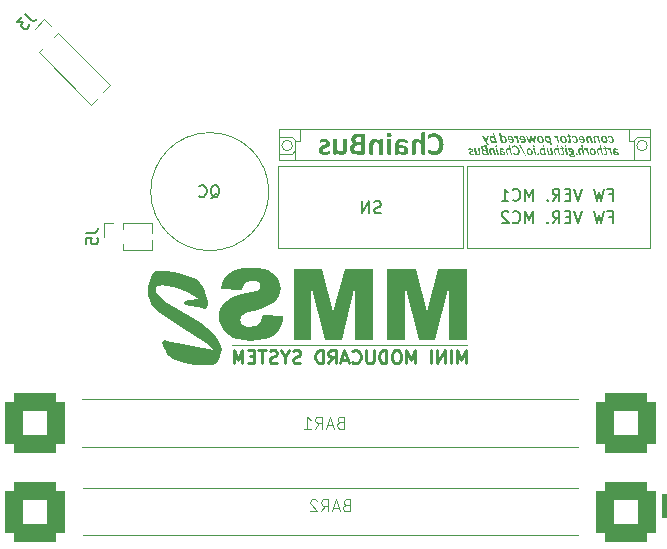
<source format=gbr>
%TF.GenerationSoftware,KiCad,Pcbnew,9.0.3*%
%TF.CreationDate,2025-09-28T00:53:36+02:00*%
%TF.ProjectId,MMS2,4d4d5332-2e6b-4696-9361-645f70636258,rev?*%
%TF.SameCoordinates,Original*%
%TF.FileFunction,Legend,Bot*%
%TF.FilePolarity,Positive*%
%FSLAX46Y46*%
G04 Gerber Fmt 4.6, Leading zero omitted, Abs format (unit mm)*
G04 Created by KiCad (PCBNEW 9.0.3) date 2025-09-28 00:53:36*
%MOMM*%
%LPD*%
G01*
G04 APERTURE LIST*
G04 Aperture macros list*
%AMRoundRect*
0 Rectangle with rounded corners*
0 $1 Rounding radius*
0 $2 $3 $4 $5 $6 $7 $8 $9 X,Y pos of 4 corners*
0 Add a 4 corners polygon primitive as box body*
4,1,4,$2,$3,$4,$5,$6,$7,$8,$9,$2,$3,0*
0 Add four circle primitives for the rounded corners*
1,1,$1+$1,$2,$3*
1,1,$1+$1,$4,$5*
1,1,$1+$1,$6,$7*
1,1,$1+$1,$8,$9*
0 Add four rect primitives between the rounded corners*
20,1,$1+$1,$2,$3,$4,$5,0*
20,1,$1+$1,$4,$5,$6,$7,0*
20,1,$1+$1,$6,$7,$8,$9,0*
20,1,$1+$1,$8,$9,$2,$3,0*%
%AMRotRect*
0 Rectangle, with rotation*
0 The origin of the aperture is its center*
0 $1 length*
0 $2 width*
0 $3 Rotation angle, in degrees counterclockwise*
0 Add horizontal line*
21,1,$1,$2,0,0,$3*%
G04 Aperture macros list end*
%ADD10C,0.100000*%
%ADD11C,0.200000*%
%ADD12C,0.150000*%
%ADD13C,0.300000*%
%ADD14C,0.220000*%
%ADD15C,0.120000*%
%ADD16C,5.600000*%
%ADD17O,1.800000X1.000000*%
%ADD18O,2.100000X1.000000*%
%ADD19C,0.650000*%
%ADD20R,1.500000X1.500000*%
%ADD21R,2.000000X0.900000*%
%ADD22RoundRect,1.025000X-1.025000X1.025000X-1.025000X-1.025000X1.025000X-1.025000X1.025000X1.025000X0*%
%ADD23C,4.100000*%
%ADD24C,3.250000*%
%ADD25C,1.500000*%
%ADD26C,2.300000*%
%ADD27C,2.900000*%
%ADD28RoundRect,0.102000X-0.825000X-0.825000X0.825000X-0.825000X0.825000X0.825000X-0.825000X0.825000X0*%
%ADD29C,1.854000*%
%ADD30RoundRect,1.025000X1.025000X-1.025000X1.025000X1.025000X-1.025000X1.025000X-1.025000X-1.025000X0*%
%ADD31R,1.700000X1.700000*%
%ADD32C,1.700000*%
%ADD33RoundRect,0.750000X1.750000X1.750000X-1.750000X1.750000X-1.750000X-1.750000X1.750000X-1.750000X0*%
%ADD34R,1.000000X1.000000*%
%ADD35C,1.000000*%
%ADD36RotRect,1.000000X1.000000X225.000000*%
%ADD37R,1.150000X5.000000*%
G04 APERTURE END LIST*
D10*
X138100000Y-104500000D02*
X153600000Y-104500000D01*
X153600000Y-111500000D01*
X138100000Y-111500000D01*
X138100000Y-104500000D01*
X123950000Y-101400000D02*
X123950000Y-102400000D01*
X151800000Y-101400000D02*
X123950000Y-101400000D01*
X123550000Y-104000000D02*
X153600000Y-104000000D01*
X151800000Y-101400000D02*
X153600000Y-101400000D01*
X122150000Y-102050000D02*
X123250000Y-102050000D01*
X153600000Y-102050000D02*
X152500000Y-102050000D01*
X123250000Y-102050000D02*
X123550000Y-102350000D01*
X152500000Y-102050000D02*
X152200000Y-102350000D01*
X123550000Y-102400000D02*
X123550000Y-104000000D01*
X122150000Y-103500000D02*
X123250000Y-103500000D01*
X123250000Y-103500000D02*
X123550000Y-103200000D01*
X122150000Y-104000000D02*
X122150000Y-101400000D01*
X152200000Y-102400000D02*
X152200000Y-104000000D01*
X123297214Y-102800000D02*
G75*
G02*
X122402786Y-102800000I-447214J0D01*
G01*
X122402786Y-102800000D02*
G75*
G02*
X123297214Y-102800000I447214J0D01*
G01*
X123550000Y-104000000D02*
X122150000Y-104000000D01*
X151800000Y-101400000D02*
X151800000Y-102400000D01*
X118150000Y-119700000D02*
X138050000Y-119700000D01*
X122100000Y-104500000D02*
X137700000Y-104500000D01*
X137700000Y-111500000D01*
X122100000Y-111500000D01*
X122100000Y-104500000D01*
X151800000Y-102400000D02*
X152200000Y-102400000D01*
X123950000Y-101400000D02*
X122150000Y-101400000D01*
X153600000Y-104000000D02*
X153600000Y-101400000D01*
X123950000Y-102400000D02*
X123550000Y-102400000D01*
X121300000Y-106700000D02*
G75*
G02*
X111300000Y-106700000I-5000000J0D01*
G01*
X111300000Y-106700000D02*
G75*
G02*
X121300000Y-106700000I5000000J0D01*
G01*
X153347214Y-102800000D02*
G75*
G02*
X152452786Y-102800000I-447214J0D01*
G01*
X152452786Y-102800000D02*
G75*
G02*
X153347214Y-102800000I447214J0D01*
G01*
D11*
X116363660Y-107262457D02*
X116458898Y-107214838D01*
X116458898Y-107214838D02*
X116554136Y-107119600D01*
X116554136Y-107119600D02*
X116696993Y-106976742D01*
X116696993Y-106976742D02*
X116792231Y-106929123D01*
X116792231Y-106929123D02*
X116887469Y-106929123D01*
X116839850Y-107167219D02*
X116935088Y-107119600D01*
X116935088Y-107119600D02*
X117030326Y-107024361D01*
X117030326Y-107024361D02*
X117077945Y-106833885D01*
X117077945Y-106833885D02*
X117077945Y-106500552D01*
X117077945Y-106500552D02*
X117030326Y-106310076D01*
X117030326Y-106310076D02*
X116935088Y-106214838D01*
X116935088Y-106214838D02*
X116839850Y-106167219D01*
X116839850Y-106167219D02*
X116649374Y-106167219D01*
X116649374Y-106167219D02*
X116554136Y-106214838D01*
X116554136Y-106214838D02*
X116458898Y-106310076D01*
X116458898Y-106310076D02*
X116411279Y-106500552D01*
X116411279Y-106500552D02*
X116411279Y-106833885D01*
X116411279Y-106833885D02*
X116458898Y-107024361D01*
X116458898Y-107024361D02*
X116554136Y-107119600D01*
X116554136Y-107119600D02*
X116649374Y-107167219D01*
X116649374Y-107167219D02*
X116839850Y-107167219D01*
X115411279Y-107071980D02*
X115458898Y-107119600D01*
X115458898Y-107119600D02*
X115601755Y-107167219D01*
X115601755Y-107167219D02*
X115696993Y-107167219D01*
X115696993Y-107167219D02*
X115839850Y-107119600D01*
X115839850Y-107119600D02*
X115935088Y-107024361D01*
X115935088Y-107024361D02*
X115982707Y-106929123D01*
X115982707Y-106929123D02*
X116030326Y-106738647D01*
X116030326Y-106738647D02*
X116030326Y-106595790D01*
X116030326Y-106595790D02*
X115982707Y-106405314D01*
X115982707Y-106405314D02*
X115935088Y-106310076D01*
X115935088Y-106310076D02*
X115839850Y-106214838D01*
X115839850Y-106214838D02*
X115696993Y-106167219D01*
X115696993Y-106167219D02*
X115601755Y-106167219D01*
X115601755Y-106167219D02*
X115458898Y-106214838D01*
X115458898Y-106214838D02*
X115411279Y-106262457D01*
D12*
G36*
X150036775Y-102111271D02*
G01*
X150051137Y-102123581D01*
X150068771Y-102128075D01*
X150078670Y-102126473D01*
X150087676Y-102121627D01*
X150108192Y-102107070D01*
X150137697Y-102092562D01*
X150156630Y-102087902D01*
X150183175Y-102086114D01*
X150217613Y-102089476D01*
X150248290Y-102099254D01*
X150276058Y-102115175D01*
X150300753Y-102137014D01*
X150321616Y-102163726D01*
X150339685Y-102196609D01*
X150353739Y-102233083D01*
X150364891Y-102275793D01*
X150371675Y-102320619D01*
X150372365Y-102357517D01*
X150367248Y-102391470D01*
X150357222Y-102417698D01*
X150341557Y-102439203D01*
X150321074Y-102454628D01*
X150296390Y-102463878D01*
X150265680Y-102467182D01*
X150234874Y-102464972D01*
X150211751Y-102459073D01*
X150174333Y-102441194D01*
X150146831Y-102423267D01*
X150134617Y-102417120D01*
X150122407Y-102415158D01*
X150108458Y-102418517D01*
X150100425Y-102428005D01*
X150072044Y-102478368D01*
X150100944Y-102503352D01*
X150130125Y-102523455D01*
X150160577Y-102539964D01*
X150190648Y-102552569D01*
X150221309Y-102561886D01*
X150251856Y-102567907D01*
X150312233Y-102572401D01*
X150362343Y-102567289D01*
X150406071Y-102552520D01*
X150444105Y-102528101D01*
X150474508Y-102494586D01*
X150496131Y-102453345D01*
X150509581Y-102401431D01*
X150512376Y-102344545D01*
X150503377Y-102275793D01*
X150486146Y-102214520D01*
X150461270Y-102158605D01*
X150428603Y-102107917D01*
X150389560Y-102065109D01*
X150343829Y-102030024D01*
X150291325Y-102003267D01*
X150233822Y-101986626D01*
X150169497Y-101980894D01*
X150127888Y-101983429D01*
X150092921Y-101990523D01*
X150063545Y-102001606D01*
X150023920Y-102026715D01*
X149990760Y-102060908D01*
X150036775Y-102111271D01*
G37*
G36*
X149695890Y-101986143D02*
G01*
X149753063Y-102001606D01*
X149806091Y-102026719D01*
X149853154Y-102060371D01*
X149893831Y-102102174D01*
X149928820Y-102153281D01*
X149955605Y-102210633D01*
X149974249Y-102275793D01*
X149982851Y-102342519D01*
X149979916Y-102398940D01*
X149966035Y-102450554D01*
X149942937Y-102492387D01*
X149922149Y-102515923D01*
X149897150Y-102535640D01*
X149867418Y-102551690D01*
X149817718Y-102566957D01*
X149757313Y-102572401D01*
X149696285Y-102567158D01*
X149639441Y-102551690D01*
X149586680Y-102526484D01*
X149539546Y-102492387D01*
X149498749Y-102450088D01*
X149464026Y-102398940D01*
X149437416Y-102341485D01*
X149418695Y-102275793D01*
X149410777Y-102214501D01*
X149550098Y-102214501D01*
X149558499Y-102276916D01*
X149575371Y-102337434D01*
X149596612Y-102383524D01*
X149621514Y-102417942D01*
X149653302Y-102444532D01*
X149690620Y-102460500D01*
X149735184Y-102466058D01*
X149770147Y-102462543D01*
X149796463Y-102453000D01*
X149816184Y-102438157D01*
X149830537Y-102417649D01*
X149841156Y-102384427D01*
X149843731Y-102338891D01*
X149835471Y-102276916D01*
X149818677Y-102216854D01*
X149797269Y-102170620D01*
X149771919Y-102135646D01*
X149739562Y-102108565D01*
X149701601Y-102092309D01*
X149656294Y-102086651D01*
X149622004Y-102090169D01*
X149596189Y-102099734D01*
X149576830Y-102114652D01*
X149562749Y-102135353D01*
X149552449Y-102168696D01*
X149550098Y-102214501D01*
X149410777Y-102214501D01*
X149410142Y-102209587D01*
X149412930Y-102153281D01*
X149420967Y-102117663D01*
X149433287Y-102086929D01*
X149449713Y-102060371D01*
X149482476Y-102026922D01*
X149525087Y-102001606D01*
X149574462Y-101986333D01*
X149634312Y-101980894D01*
X149695890Y-101986143D01*
G37*
G36*
X149129706Y-102060371D02*
G01*
X149087159Y-102028180D01*
X149041926Y-102002974D01*
X148993419Y-101986756D01*
X148967626Y-101982393D01*
X148939637Y-101980894D01*
X148895884Y-101985141D01*
X148861430Y-101996868D01*
X148832568Y-102016184D01*
X148811311Y-102041613D01*
X148797184Y-102072496D01*
X148789525Y-102110441D01*
X148788950Y-102151347D01*
X148795533Y-102198563D01*
X148871493Y-102564000D01*
X149006706Y-102564000D01*
X148930746Y-102198563D01*
X148926555Y-102163524D01*
X148929246Y-102137116D01*
X148937341Y-102117133D01*
X148951427Y-102101836D01*
X148972439Y-102092018D01*
X149003042Y-102088312D01*
X149037507Y-102092305D01*
X149072114Y-102104579D01*
X149105349Y-102123350D01*
X149139330Y-102148787D01*
X149225645Y-102564000D01*
X149360858Y-102564000D01*
X149241472Y-101989833D01*
X149158820Y-101989833D01*
X149143526Y-101992805D01*
X149134269Y-102000863D01*
X149129609Y-102015039D01*
X149129706Y-102060371D01*
G37*
G36*
X148498192Y-102060371D02*
G01*
X148455645Y-102028180D01*
X148410411Y-102002974D01*
X148361905Y-101986756D01*
X148336112Y-101982393D01*
X148308122Y-101980894D01*
X148264369Y-101985141D01*
X148229916Y-101996868D01*
X148201054Y-102016184D01*
X148179797Y-102041613D01*
X148165670Y-102072496D01*
X148158011Y-102110441D01*
X148157435Y-102151347D01*
X148164019Y-102198563D01*
X148239979Y-102564000D01*
X148375191Y-102564000D01*
X148299232Y-102198563D01*
X148295041Y-102163524D01*
X148297732Y-102137116D01*
X148305826Y-102117133D01*
X148319913Y-102101836D01*
X148340925Y-102092018D01*
X148371528Y-102088312D01*
X148405993Y-102092305D01*
X148440600Y-102104579D01*
X148473834Y-102123350D01*
X148507815Y-102148787D01*
X148594131Y-102564000D01*
X148729344Y-102564000D01*
X148609958Y-101989833D01*
X148527306Y-101989833D01*
X148512012Y-101992805D01*
X148502754Y-102000863D01*
X148498094Y-102015039D01*
X148498192Y-102060371D01*
G37*
G36*
X147798737Y-101986573D02*
G01*
X147855101Y-102003267D01*
X147906989Y-102029739D01*
X147952554Y-102063986D01*
X147991804Y-102105493D01*
X148024703Y-102154111D01*
X148049752Y-102207540D01*
X148066273Y-102264607D01*
X148074175Y-102315291D01*
X148075981Y-102359277D01*
X148072526Y-102397524D01*
X148063708Y-102434799D01*
X148050786Y-102466615D01*
X148033984Y-102493755D01*
X148012722Y-102517497D01*
X147987742Y-102537013D01*
X147958611Y-102552520D01*
X147910265Y-102567243D01*
X147853831Y-102572401D01*
X147791891Y-102567907D01*
X147759601Y-102561896D01*
X147726824Y-102552569D01*
X147694618Y-102539923D01*
X147662442Y-102523455D01*
X147631881Y-102503235D01*
X147602749Y-102478368D01*
X147631081Y-102428005D01*
X147639198Y-102418550D01*
X147653649Y-102415158D01*
X147666335Y-102416965D01*
X147681297Y-102422974D01*
X147716078Y-102440315D01*
X147761263Y-102457705D01*
X147787781Y-102463460D01*
X147819588Y-102465521D01*
X147851155Y-102462803D01*
X147877376Y-102455165D01*
X147899990Y-102442085D01*
X147917627Y-102423853D01*
X147930174Y-102400815D01*
X147938339Y-102370657D01*
X147940862Y-102337029D01*
X147937752Y-102294258D01*
X147590146Y-102294258D01*
X147573504Y-102291326D01*
X147562742Y-102283364D01*
X147555322Y-102269554D01*
X147547404Y-102241110D01*
X147540167Y-102184349D01*
X147658996Y-102184349D01*
X147662588Y-102210873D01*
X147917627Y-102210873D01*
X147899951Y-102170830D01*
X147878904Y-102138988D01*
X147854612Y-102114104D01*
X147825811Y-102095314D01*
X147793053Y-102083912D01*
X147755254Y-102079959D01*
X147726679Y-102082729D01*
X147704598Y-102090315D01*
X147686231Y-102102680D01*
X147672944Y-102118549D01*
X147664135Y-102137617D01*
X147659462Y-102160266D01*
X147658996Y-102184349D01*
X147540167Y-102184349D01*
X147539687Y-102180586D01*
X147542714Y-102130566D01*
X147555594Y-102085129D01*
X147576371Y-102048891D01*
X147605428Y-102019780D01*
X147643000Y-101998235D01*
X147686227Y-101985416D01*
X147737376Y-101980894D01*
X147798737Y-101986573D01*
G37*
G36*
X147003475Y-102111271D02*
G01*
X147017836Y-102123581D01*
X147035471Y-102128075D01*
X147045369Y-102126473D01*
X147054375Y-102121627D01*
X147074891Y-102107070D01*
X147104396Y-102092562D01*
X147123329Y-102087902D01*
X147149874Y-102086114D01*
X147184312Y-102089476D01*
X147214989Y-102099254D01*
X147242757Y-102115175D01*
X147267452Y-102137014D01*
X147288315Y-102163726D01*
X147306385Y-102196609D01*
X147320439Y-102233083D01*
X147331591Y-102275793D01*
X147338374Y-102320619D01*
X147339064Y-102357517D01*
X147333947Y-102391470D01*
X147323921Y-102417698D01*
X147308256Y-102439203D01*
X147287773Y-102454628D01*
X147263089Y-102463878D01*
X147232379Y-102467182D01*
X147201574Y-102464972D01*
X147178450Y-102459073D01*
X147141032Y-102441194D01*
X147113531Y-102423267D01*
X147101316Y-102417120D01*
X147089106Y-102415158D01*
X147075157Y-102418517D01*
X147067124Y-102428005D01*
X147038743Y-102478368D01*
X147067643Y-102503352D01*
X147096824Y-102523455D01*
X147127277Y-102539964D01*
X147157348Y-102552569D01*
X147188008Y-102561886D01*
X147218555Y-102567907D01*
X147278932Y-102572401D01*
X147329042Y-102567289D01*
X147372770Y-102552520D01*
X147410804Y-102528101D01*
X147441207Y-102494586D01*
X147462830Y-102453345D01*
X147476280Y-102401431D01*
X147479075Y-102344545D01*
X147470076Y-102275793D01*
X147452846Y-102214520D01*
X147427969Y-102158605D01*
X147395302Y-102107917D01*
X147356259Y-102065109D01*
X147310528Y-102030024D01*
X147258025Y-102003267D01*
X147200521Y-101986626D01*
X147136196Y-101980894D01*
X147094587Y-101983429D01*
X147059620Y-101990523D01*
X147030244Y-102001606D01*
X146990619Y-102026715D01*
X146957459Y-102060908D01*
X147003475Y-102111271D01*
G37*
G36*
X146775254Y-102572939D02*
G01*
X146822187Y-102567553D01*
X146855578Y-102553142D01*
X146879009Y-102530685D01*
X146893518Y-102501072D01*
X146899093Y-102463182D01*
X146893907Y-102414034D01*
X146827229Y-102093392D01*
X146884724Y-102093392D01*
X146894624Y-102091506D01*
X146901821Y-102086114D01*
X146905541Y-102077675D01*
X146904898Y-102064279D01*
X146893517Y-102009422D01*
X146800020Y-101994327D01*
X146739057Y-101837621D01*
X146724989Y-101820280D01*
X146715414Y-101815703D01*
X146704033Y-101814125D01*
X146633984Y-101814125D01*
X146671549Y-101994865D01*
X146521535Y-101994865D01*
X146542002Y-102093392D01*
X146692016Y-102093392D01*
X146756692Y-102404509D01*
X146758347Y-102429619D01*
X146752588Y-102446519D01*
X146740138Y-102457608D01*
X146720397Y-102461613D01*
X146698660Y-102458535D01*
X146682540Y-102452087D01*
X146670034Y-102445639D01*
X146659532Y-102442562D01*
X146650300Y-102445639D01*
X146644047Y-102454872D01*
X146617473Y-102522039D01*
X146653767Y-102544124D01*
X146693237Y-102560092D01*
X146734460Y-102569762D01*
X146775254Y-102572939D01*
G37*
G36*
X146240537Y-101986143D02*
G01*
X146297711Y-102001606D01*
X146350739Y-102026719D01*
X146397801Y-102060371D01*
X146438478Y-102102174D01*
X146473468Y-102153281D01*
X146500253Y-102210633D01*
X146518897Y-102275793D01*
X146527499Y-102342519D01*
X146524563Y-102398940D01*
X146510682Y-102450554D01*
X146487585Y-102492387D01*
X146466797Y-102515923D01*
X146441798Y-102535640D01*
X146412065Y-102551690D01*
X146362365Y-102566957D01*
X146301960Y-102572401D01*
X146240933Y-102567158D01*
X146184089Y-102551690D01*
X146131328Y-102526484D01*
X146084193Y-102492387D01*
X146043396Y-102450088D01*
X146008674Y-102398940D01*
X145982063Y-102341485D01*
X145963342Y-102275793D01*
X145955425Y-102214501D01*
X146094746Y-102214501D01*
X146103147Y-102276916D01*
X146120018Y-102337434D01*
X146141259Y-102383524D01*
X146166161Y-102417942D01*
X146197949Y-102444532D01*
X146235267Y-102460500D01*
X146279832Y-102466058D01*
X146314794Y-102462543D01*
X146341111Y-102453000D01*
X146360832Y-102438157D01*
X146375184Y-102417649D01*
X146385804Y-102384427D01*
X146388379Y-102338891D01*
X146380118Y-102276916D01*
X146363325Y-102216854D01*
X146341916Y-102170620D01*
X146316566Y-102135646D01*
X146284209Y-102108565D01*
X146246248Y-102092309D01*
X146200942Y-102086651D01*
X146166651Y-102090169D01*
X146140836Y-102099734D01*
X146121478Y-102114652D01*
X146107397Y-102135353D01*
X146097096Y-102168696D01*
X146094746Y-102214501D01*
X145955425Y-102214501D01*
X145954790Y-102209587D01*
X145957578Y-102153281D01*
X145965615Y-102117663D01*
X145977935Y-102086929D01*
X145994361Y-102060371D01*
X146027124Y-102026922D01*
X146069734Y-102001606D01*
X146119109Y-101986333D01*
X146178960Y-101980894D01*
X146240537Y-101986143D01*
G37*
G36*
X145679288Y-102089436D02*
G01*
X145639946Y-102042407D01*
X145600104Y-102008591D01*
X145570839Y-101992114D01*
X145540535Y-101982426D01*
X145508611Y-101979184D01*
X145472982Y-101983986D01*
X145449797Y-101996575D01*
X145480083Y-102100085D01*
X145490976Y-102114348D01*
X145505826Y-102118549D01*
X145529567Y-102115765D01*
X145560488Y-102112932D01*
X145582311Y-102114663D01*
X145601814Y-102119673D01*
X145620061Y-102127798D01*
X145637327Y-102138968D01*
X145668297Y-102169498D01*
X145696775Y-102210336D01*
X145770293Y-102564000D01*
X145905505Y-102564000D01*
X145786120Y-101989833D01*
X145706741Y-101989833D01*
X145688152Y-101992123D01*
X145679337Y-101997405D01*
X145674943Y-102006733D01*
X145674012Y-102024516D01*
X145679288Y-102089436D01*
G37*
G36*
X144847564Y-101982004D02*
G01*
X144883412Y-101990262D01*
X144916810Y-102003853D01*
X144963816Y-102031998D01*
X145008450Y-102068187D01*
X145008353Y-102015039D01*
X145013013Y-102000863D01*
X145022270Y-101992805D01*
X145037564Y-101989833D01*
X145120216Y-101989833D01*
X145278583Y-102751480D01*
X145143370Y-102751480D01*
X145094521Y-102516421D01*
X145071359Y-102539868D01*
X145043426Y-102557600D01*
X145010578Y-102568375D01*
X144966050Y-102572401D01*
X144912134Y-102566709D01*
X144861465Y-102549736D01*
X144814730Y-102522825D01*
X144772267Y-102486770D01*
X144735632Y-102443336D01*
X144704026Y-102391662D01*
X144679553Y-102334876D01*
X144662260Y-102272422D01*
X144652006Y-102203663D01*
X144651803Y-102187084D01*
X144792051Y-102187084D01*
X144793910Y-102223746D01*
X144801821Y-102272422D01*
X144814240Y-102320268D01*
X144829127Y-102358933D01*
X144847920Y-102393238D01*
X144868304Y-102419652D01*
X144892053Y-102440848D01*
X144917592Y-102455458D01*
X144945420Y-102464223D01*
X144975331Y-102467182D01*
X145005840Y-102464140D01*
X145031751Y-102455458D01*
X145053997Y-102439993D01*
X145073468Y-102415158D01*
X145019930Y-102157726D01*
X144985828Y-102127729D01*
X144953447Y-102106533D01*
X144918403Y-102092987D01*
X144877927Y-102088312D01*
X144852433Y-102090984D01*
X144832156Y-102098424D01*
X144815563Y-102111200D01*
X144802944Y-102130322D01*
X144795365Y-102154021D01*
X144792051Y-102187084D01*
X144651803Y-102187084D01*
X144651318Y-102147370D01*
X144659482Y-102095624D01*
X144674961Y-102055584D01*
X144698607Y-102022510D01*
X144728792Y-101998773D01*
X144764956Y-101984280D01*
X144808757Y-101979184D01*
X144847564Y-101982004D01*
G37*
G36*
X144295973Y-101986143D02*
G01*
X144353147Y-102001606D01*
X144406175Y-102026719D01*
X144453237Y-102060371D01*
X144493915Y-102102174D01*
X144528904Y-102153281D01*
X144555689Y-102210633D01*
X144574333Y-102275793D01*
X144582935Y-102342519D01*
X144580000Y-102398940D01*
X144566119Y-102450554D01*
X144543021Y-102492387D01*
X144522233Y-102515923D01*
X144497234Y-102535640D01*
X144467501Y-102551690D01*
X144417801Y-102566957D01*
X144357397Y-102572401D01*
X144296369Y-102567158D01*
X144239525Y-102551690D01*
X144186764Y-102526484D01*
X144139630Y-102492387D01*
X144098833Y-102450088D01*
X144064110Y-102398940D01*
X144037499Y-102341485D01*
X144018778Y-102275793D01*
X144010861Y-102214501D01*
X144150182Y-102214501D01*
X144158583Y-102276916D01*
X144175454Y-102337434D01*
X144196695Y-102383524D01*
X144221598Y-102417942D01*
X144253385Y-102444532D01*
X144290704Y-102460500D01*
X144335268Y-102466058D01*
X144370230Y-102462543D01*
X144396547Y-102453000D01*
X144416268Y-102438157D01*
X144430621Y-102417649D01*
X144441240Y-102384427D01*
X144443815Y-102338891D01*
X144435554Y-102276916D01*
X144418761Y-102216854D01*
X144397352Y-102170620D01*
X144372002Y-102135646D01*
X144339646Y-102108565D01*
X144301684Y-102092309D01*
X144256378Y-102086651D01*
X144222087Y-102090169D01*
X144196272Y-102099734D01*
X144176914Y-102114652D01*
X144162833Y-102135353D01*
X144152532Y-102168696D01*
X144150182Y-102214501D01*
X144010861Y-102214501D01*
X144010226Y-102209587D01*
X144013014Y-102153281D01*
X144021051Y-102117663D01*
X144033371Y-102086929D01*
X144049797Y-102060371D01*
X144082560Y-102026922D01*
X144125170Y-102001606D01*
X144174545Y-101986333D01*
X144234396Y-101980894D01*
X144295973Y-101986143D01*
G37*
G36*
X143049036Y-101989833D02*
G01*
X143346866Y-102564000D01*
X143455212Y-102564000D01*
X143465492Y-102561450D01*
X143472240Y-102553944D01*
X143475826Y-102539380D01*
X143507578Y-102207551D01*
X143509678Y-102174237D01*
X143509581Y-102140922D01*
X143524040Y-102174823D01*
X143540160Y-102208626D01*
X143711228Y-102539380D01*
X143720709Y-102553584D01*
X143731887Y-102561390D01*
X143745373Y-102564000D01*
X143849371Y-102564000D01*
X143907892Y-101989833D01*
X143800034Y-101989833D01*
X143786367Y-101991772D01*
X143776392Y-101997112D01*
X143769450Y-102005400D01*
X143766573Y-102015577D01*
X143749818Y-102322248D01*
X143749378Y-102371536D01*
X143751430Y-102419603D01*
X143728618Y-102371536D01*
X143703852Y-102322248D01*
X143546803Y-102014453D01*
X143539916Y-102004312D01*
X143530146Y-101995988D01*
X143518423Y-101990540D01*
X143505380Y-101988710D01*
X143445687Y-101988710D01*
X143432492Y-101990642D01*
X143422826Y-101995988D01*
X143416120Y-102004247D01*
X143413203Y-102014453D01*
X143386922Y-102322248D01*
X143383796Y-102371780D01*
X143381549Y-102420189D01*
X143340956Y-102322248D01*
X143194508Y-102015577D01*
X143187107Y-102005431D01*
X143176971Y-101997112D01*
X143165034Y-101991659D01*
X143151912Y-101989833D01*
X143049036Y-101989833D01*
G37*
G36*
X142782575Y-101986573D02*
G01*
X142838939Y-102003267D01*
X142890827Y-102029739D01*
X142936392Y-102063986D01*
X142975642Y-102105493D01*
X143008541Y-102154111D01*
X143033590Y-102207540D01*
X143050111Y-102264607D01*
X143058013Y-102315291D01*
X143059819Y-102359277D01*
X143056364Y-102397524D01*
X143047546Y-102434799D01*
X143034624Y-102466615D01*
X143017822Y-102493755D01*
X142996560Y-102517497D01*
X142971580Y-102537013D01*
X142942449Y-102552520D01*
X142894103Y-102567243D01*
X142837669Y-102572401D01*
X142775729Y-102567907D01*
X142743439Y-102561896D01*
X142710662Y-102552569D01*
X142678456Y-102539923D01*
X142646280Y-102523455D01*
X142615719Y-102503235D01*
X142586587Y-102478368D01*
X142614919Y-102428005D01*
X142623036Y-102418550D01*
X142637487Y-102415158D01*
X142650173Y-102416965D01*
X142665136Y-102422974D01*
X142699916Y-102440315D01*
X142745101Y-102457705D01*
X142771619Y-102463460D01*
X142803426Y-102465521D01*
X142834993Y-102462803D01*
X142861214Y-102455165D01*
X142883828Y-102442085D01*
X142901465Y-102423853D01*
X142914012Y-102400815D01*
X142922177Y-102370657D01*
X142924700Y-102337029D01*
X142921591Y-102294258D01*
X142573984Y-102294258D01*
X142557342Y-102291326D01*
X142546580Y-102283364D01*
X142539161Y-102269554D01*
X142531242Y-102241110D01*
X142524005Y-102184349D01*
X142642834Y-102184349D01*
X142646427Y-102210873D01*
X142901465Y-102210873D01*
X142883789Y-102170830D01*
X142862742Y-102138988D01*
X142838450Y-102114104D01*
X142809649Y-102095314D01*
X142776891Y-102083912D01*
X142739092Y-102079959D01*
X142710517Y-102082729D01*
X142688436Y-102090315D01*
X142670069Y-102102680D01*
X142656782Y-102118549D01*
X142647973Y-102137617D01*
X142643300Y-102160266D01*
X142642834Y-102184349D01*
X142524005Y-102184349D01*
X142523525Y-102180586D01*
X142526552Y-102130566D01*
X142539432Y-102085129D01*
X142560209Y-102048891D01*
X142589266Y-102019780D01*
X142626838Y-101998235D01*
X142670065Y-101985416D01*
X142721214Y-101980894D01*
X142782575Y-101986573D01*
G37*
G36*
X142257543Y-102089436D02*
G01*
X142218201Y-102042407D01*
X142178360Y-102008591D01*
X142149094Y-101992114D01*
X142118790Y-101982426D01*
X142086866Y-101979184D01*
X142051237Y-101983986D01*
X142028053Y-101996575D01*
X142058339Y-102100085D01*
X142069232Y-102114348D01*
X142084082Y-102118549D01*
X142107822Y-102115765D01*
X142138743Y-102112932D01*
X142160567Y-102114663D01*
X142180069Y-102119673D01*
X142198317Y-102127798D01*
X142215582Y-102138968D01*
X142246552Y-102169498D01*
X142275031Y-102210336D01*
X142348548Y-102564000D01*
X142483761Y-102564000D01*
X142364375Y-101989833D01*
X142284996Y-101989833D01*
X142266407Y-101992123D01*
X142257592Y-101997405D01*
X142253199Y-102006733D01*
X142252267Y-102024516D01*
X142257543Y-102089436D01*
G37*
G36*
X141783720Y-101986573D02*
G01*
X141840083Y-102003267D01*
X141891972Y-102029739D01*
X141937536Y-102063986D01*
X141976787Y-102105493D01*
X142009685Y-102154111D01*
X142034734Y-102207540D01*
X142051256Y-102264607D01*
X142059158Y-102315291D01*
X142060964Y-102359277D01*
X142057508Y-102397524D01*
X142048691Y-102434799D01*
X142035769Y-102466615D01*
X142018967Y-102493755D01*
X141997705Y-102517497D01*
X141972725Y-102537013D01*
X141943593Y-102552520D01*
X141895247Y-102567243D01*
X141838813Y-102572401D01*
X141776873Y-102567907D01*
X141744584Y-102561896D01*
X141711807Y-102552569D01*
X141679600Y-102539923D01*
X141647424Y-102523455D01*
X141616864Y-102503235D01*
X141587732Y-102478368D01*
X141616064Y-102428005D01*
X141624180Y-102418550D01*
X141638632Y-102415158D01*
X141651317Y-102416965D01*
X141666280Y-102422974D01*
X141701060Y-102440315D01*
X141746245Y-102457705D01*
X141772763Y-102463460D01*
X141804570Y-102465521D01*
X141836138Y-102462803D01*
X141862358Y-102455165D01*
X141884972Y-102442085D01*
X141902609Y-102423853D01*
X141915156Y-102400815D01*
X141923321Y-102370657D01*
X141925844Y-102337029D01*
X141922735Y-102294258D01*
X141575129Y-102294258D01*
X141558486Y-102291326D01*
X141547725Y-102283364D01*
X141540305Y-102269554D01*
X141532386Y-102241110D01*
X141525150Y-102184349D01*
X141643979Y-102184349D01*
X141647571Y-102210873D01*
X141902609Y-102210873D01*
X141884933Y-102170830D01*
X141863887Y-102138988D01*
X141839595Y-102114104D01*
X141810794Y-102095314D01*
X141778036Y-102083912D01*
X141740237Y-102079959D01*
X141711661Y-102082729D01*
X141689581Y-102090315D01*
X141671213Y-102102680D01*
X141657927Y-102118549D01*
X141649118Y-102137617D01*
X141644445Y-102160266D01*
X141643979Y-102184349D01*
X141525150Y-102184349D01*
X141524670Y-102180586D01*
X141527697Y-102130566D01*
X141540576Y-102085129D01*
X141561353Y-102048891D01*
X141590411Y-102019780D01*
X141627983Y-101998235D01*
X141671209Y-101985416D01*
X141722358Y-101980894D01*
X141783720Y-101986573D01*
G37*
G36*
X141022456Y-102035165D02*
G01*
X141045676Y-102012128D01*
X141073649Y-101994327D01*
X141106400Y-101983305D01*
X141150928Y-101979184D01*
X141204773Y-101984881D01*
X141255268Y-102001850D01*
X141301811Y-102028728D01*
X141344466Y-102064816D01*
X141381293Y-102108275D01*
X141412951Y-102159973D01*
X141437410Y-102216640D01*
X141454570Y-102278577D01*
X141464835Y-102347414D01*
X141465561Y-102403972D01*
X141457440Y-102455936D01*
X141442016Y-102496002D01*
X141418288Y-102529059D01*
X141387892Y-102552813D01*
X141351478Y-102567314D01*
X141307634Y-102572401D01*
X141269180Y-102569598D01*
X141233438Y-102561367D01*
X141199923Y-102547782D01*
X141152770Y-102519581D01*
X141108527Y-102483399D01*
X141108527Y-102538794D01*
X141104434Y-102552931D01*
X141095409Y-102560988D01*
X141079853Y-102564000D01*
X140997201Y-102564000D01*
X140908326Y-102136477D01*
X141043510Y-102136477D01*
X141097048Y-102393860D01*
X141131122Y-102423800D01*
X141163482Y-102444809D01*
X141198457Y-102458095D01*
X141238904Y-102462688D01*
X141263960Y-102460126D01*
X141284480Y-102452918D01*
X141301269Y-102440298D01*
X141313935Y-102421020D01*
X141321463Y-102397030D01*
X141324780Y-102363916D01*
X141322910Y-102327255D01*
X141314961Y-102278577D01*
X141302554Y-102230778D01*
X141287704Y-102192164D01*
X141268890Y-102157888D01*
X141248381Y-102131690D01*
X141224446Y-102110690D01*
X141198848Y-102096177D01*
X141170976Y-102087374D01*
X141141060Y-102084404D01*
X141111066Y-102087444D01*
X141085226Y-102096177D01*
X141062986Y-102111612D01*
X141043510Y-102136477D01*
X140908326Y-102136477D01*
X140824326Y-101732401D01*
X140959539Y-101732401D01*
X141022456Y-102035165D01*
G37*
G36*
X140577494Y-102564000D02*
G01*
X140488248Y-102564000D01*
X140475421Y-102562379D01*
X140465387Y-102557845D01*
X140457251Y-102550067D01*
X140449853Y-102537133D01*
X140435785Y-102498542D01*
X140413412Y-102529024D01*
X140385129Y-102552276D01*
X140348785Y-102567077D01*
X140327738Y-102570990D01*
X140302281Y-102572401D01*
X140249331Y-102566798D01*
X140199113Y-102550029D01*
X140152683Y-102523284D01*
X140110209Y-102487063D01*
X140073564Y-102443051D01*
X140041479Y-102389415D01*
X140016484Y-102329965D01*
X139998053Y-102262360D01*
X139989464Y-102203495D01*
X140129751Y-102203495D01*
X140138688Y-102267391D01*
X140151673Y-102317833D01*
X140166824Y-102357810D01*
X140185895Y-102393097D01*
X140206538Y-102419896D01*
X140230640Y-102441261D01*
X140256413Y-102455702D01*
X140284468Y-102464274D01*
X140314884Y-102467182D01*
X140343945Y-102464180D01*
X140369644Y-102455458D01*
X140391889Y-102439993D01*
X140411360Y-102415158D01*
X140357822Y-102157726D01*
X140323804Y-102127684D01*
X140291877Y-102106533D01*
X140257732Y-102092908D01*
X140220216Y-102088312D01*
X140184429Y-102093458D01*
X140158883Y-102107532D01*
X140140886Y-102130566D01*
X140131639Y-102159767D01*
X140129751Y-102203495D01*
X139989464Y-102203495D01*
X139988786Y-102198845D01*
X139988527Y-102145416D01*
X139996844Y-102095989D01*
X140012512Y-102056756D01*
X140036436Y-102024207D01*
X140067613Y-102000482D01*
X140105038Y-101986033D01*
X140151339Y-101980894D01*
X140202948Y-101986344D01*
X140250307Y-102002436D01*
X140294549Y-102027382D01*
X140337599Y-102060371D01*
X140269406Y-101732401D01*
X140404619Y-101732401D01*
X140577494Y-102564000D01*
G37*
G36*
X139328925Y-101989833D02*
G01*
X139787124Y-102721829D01*
X139796963Y-102734930D01*
X139807299Y-102743909D01*
X139819818Y-102749393D01*
X139838171Y-102751480D01*
X139938897Y-102751480D01*
X139785854Y-102520915D01*
X139902602Y-101989833D01*
X139783803Y-101989833D01*
X139769457Y-101992008D01*
X139760551Y-101997698D01*
X139750830Y-102015577D01*
X139693433Y-102313309D01*
X139689623Y-102343546D01*
X139688060Y-102374272D01*
X139671793Y-102343253D01*
X139654501Y-102312722D01*
X139479916Y-102015577D01*
X139461549Y-101997112D01*
X139449551Y-101991615D01*
X139437320Y-101989833D01*
X139328925Y-101989833D01*
G37*
D11*
X150096993Y-108843409D02*
X150430326Y-108843409D01*
X150430326Y-109367219D02*
X150430326Y-108367219D01*
X150430326Y-108367219D02*
X149954136Y-108367219D01*
X149668421Y-108367219D02*
X149430326Y-109367219D01*
X149430326Y-109367219D02*
X149239850Y-108652933D01*
X149239850Y-108652933D02*
X149049374Y-109367219D01*
X149049374Y-109367219D02*
X148811279Y-108367219D01*
X147811278Y-108367219D02*
X147477945Y-109367219D01*
X147477945Y-109367219D02*
X147144612Y-108367219D01*
X146811278Y-108843409D02*
X146477945Y-108843409D01*
X146335088Y-109367219D02*
X146811278Y-109367219D01*
X146811278Y-109367219D02*
X146811278Y-108367219D01*
X146811278Y-108367219D02*
X146335088Y-108367219D01*
X145335088Y-109367219D02*
X145668421Y-108891028D01*
X145906516Y-109367219D02*
X145906516Y-108367219D01*
X145906516Y-108367219D02*
X145525564Y-108367219D01*
X145525564Y-108367219D02*
X145430326Y-108414838D01*
X145430326Y-108414838D02*
X145382707Y-108462457D01*
X145382707Y-108462457D02*
X145335088Y-108557695D01*
X145335088Y-108557695D02*
X145335088Y-108700552D01*
X145335088Y-108700552D02*
X145382707Y-108795790D01*
X145382707Y-108795790D02*
X145430326Y-108843409D01*
X145430326Y-108843409D02*
X145525564Y-108891028D01*
X145525564Y-108891028D02*
X145906516Y-108891028D01*
X144906516Y-109271980D02*
X144858897Y-109319600D01*
X144858897Y-109319600D02*
X144906516Y-109367219D01*
X144906516Y-109367219D02*
X144954135Y-109319600D01*
X144954135Y-109319600D02*
X144906516Y-109271980D01*
X144906516Y-109271980D02*
X144906516Y-109367219D01*
X143668421Y-109367219D02*
X143668421Y-108367219D01*
X143668421Y-108367219D02*
X143335088Y-109081504D01*
X143335088Y-109081504D02*
X143001755Y-108367219D01*
X143001755Y-108367219D02*
X143001755Y-109367219D01*
X141954136Y-109271980D02*
X142001755Y-109319600D01*
X142001755Y-109319600D02*
X142144612Y-109367219D01*
X142144612Y-109367219D02*
X142239850Y-109367219D01*
X142239850Y-109367219D02*
X142382707Y-109319600D01*
X142382707Y-109319600D02*
X142477945Y-109224361D01*
X142477945Y-109224361D02*
X142525564Y-109129123D01*
X142525564Y-109129123D02*
X142573183Y-108938647D01*
X142573183Y-108938647D02*
X142573183Y-108795790D01*
X142573183Y-108795790D02*
X142525564Y-108605314D01*
X142525564Y-108605314D02*
X142477945Y-108510076D01*
X142477945Y-108510076D02*
X142382707Y-108414838D01*
X142382707Y-108414838D02*
X142239850Y-108367219D01*
X142239850Y-108367219D02*
X142144612Y-108367219D01*
X142144612Y-108367219D02*
X142001755Y-108414838D01*
X142001755Y-108414838D02*
X141954136Y-108462457D01*
X141573183Y-108462457D02*
X141525564Y-108414838D01*
X141525564Y-108414838D02*
X141430326Y-108367219D01*
X141430326Y-108367219D02*
X141192231Y-108367219D01*
X141192231Y-108367219D02*
X141096993Y-108414838D01*
X141096993Y-108414838D02*
X141049374Y-108462457D01*
X141049374Y-108462457D02*
X141001755Y-108557695D01*
X141001755Y-108557695D02*
X141001755Y-108652933D01*
X141001755Y-108652933D02*
X141049374Y-108795790D01*
X141049374Y-108795790D02*
X141620802Y-109367219D01*
X141620802Y-109367219D02*
X141001755Y-109367219D01*
D13*
G36*
X138080757Y-113227487D02*
G01*
X135637840Y-113227487D01*
X134695184Y-116877208D01*
X133756559Y-113227487D01*
X131322069Y-113227487D01*
X131322069Y-119230000D01*
X132838450Y-119230000D01*
X132838450Y-114647515D01*
X134014846Y-119230000D01*
X135387979Y-119230000D01*
X136559979Y-114647515D01*
X136559979Y-119230000D01*
X138080757Y-119230000D01*
X138080757Y-113227487D01*
G37*
G36*
X130155565Y-113227487D02*
G01*
X127712648Y-113227487D01*
X126769993Y-116877208D01*
X125831367Y-113227487D01*
X123396877Y-113227487D01*
X123396877Y-119230000D01*
X124913258Y-119230000D01*
X124913258Y-114647515D01*
X126089654Y-119230000D01*
X127462787Y-119230000D01*
X128634787Y-114647515D01*
X128634787Y-119230000D01*
X130155565Y-119230000D01*
X130155565Y-113227487D01*
G37*
G36*
X122533722Y-117230750D02*
G01*
X120767114Y-117119741D01*
X120710576Y-117402914D01*
X120631180Y-117617555D01*
X120533374Y-117777365D01*
X120376957Y-117935608D01*
X120192439Y-118048526D01*
X119974208Y-118118620D01*
X119713817Y-118143363D01*
X119454896Y-118120063D01*
X119255070Y-118056483D01*
X119101256Y-117957983D01*
X118978400Y-117823260D01*
X118908849Y-117681683D01*
X118885833Y-117528237D01*
X118907564Y-117382086D01*
X118973592Y-117245019D01*
X119090631Y-117112414D01*
X119244502Y-117013119D01*
X119538991Y-116897439D01*
X120041713Y-116766200D01*
X120672237Y-116598753D01*
X121155912Y-116419081D01*
X121518715Y-116231879D01*
X121783408Y-116040066D01*
X122014752Y-115795538D01*
X122176455Y-115525625D01*
X122274321Y-115224857D01*
X122308042Y-114884919D01*
X122278625Y-114585176D01*
X122190259Y-114296311D01*
X122039497Y-114013339D01*
X121836928Y-113765739D01*
X121571290Y-113550981D01*
X121232030Y-113368538D01*
X120864343Y-113246697D01*
X120380851Y-113164385D01*
X119754483Y-113133698D01*
X119165906Y-113165773D01*
X118689129Y-113253896D01*
X118305350Y-113388347D01*
X117998499Y-113563077D01*
X117735478Y-113799469D01*
X117527757Y-114097779D01*
X117373978Y-114469176D01*
X117278960Y-114929616D01*
X119029082Y-115032930D01*
X119098067Y-114770304D01*
X119196913Y-114577092D01*
X119322173Y-114438321D01*
X119481152Y-114339128D01*
X119682932Y-114275639D01*
X119939131Y-114252575D01*
X120236382Y-114290605D01*
X120427128Y-114389228D01*
X120550867Y-114542222D01*
X120590893Y-114721154D01*
X120559001Y-114852853D01*
X120455704Y-114977609D01*
X120274996Y-115076790D01*
X119832519Y-115197794D01*
X119015571Y-115394647D01*
X118454234Y-115570743D01*
X118088625Y-115726092D01*
X117756624Y-115927677D01*
X117505293Y-116148583D01*
X117322191Y-116389211D01*
X117189563Y-116661784D01*
X117109519Y-116955174D01*
X117082222Y-117274713D01*
X117117855Y-117648932D01*
X117223689Y-118000578D01*
X117402058Y-118336071D01*
X117640811Y-118631301D01*
X117936161Y-118876038D01*
X118295621Y-119072829D01*
X118686297Y-119205911D01*
X119163061Y-119292487D01*
X119742393Y-119323789D01*
X120394190Y-119292883D01*
X120910551Y-119208979D01*
X121314884Y-119083145D01*
X121627596Y-118923145D01*
X121865474Y-118732843D01*
X122126352Y-118420571D01*
X122323773Y-118070496D01*
X122460116Y-117676613D01*
X122533722Y-117230750D01*
G37*
D11*
X150096993Y-106943409D02*
X150430326Y-106943409D01*
X150430326Y-107467219D02*
X150430326Y-106467219D01*
X150430326Y-106467219D02*
X149954136Y-106467219D01*
X149668421Y-106467219D02*
X149430326Y-107467219D01*
X149430326Y-107467219D02*
X149239850Y-106752933D01*
X149239850Y-106752933D02*
X149049374Y-107467219D01*
X149049374Y-107467219D02*
X148811279Y-106467219D01*
X147811278Y-106467219D02*
X147477945Y-107467219D01*
X147477945Y-107467219D02*
X147144612Y-106467219D01*
X146811278Y-106943409D02*
X146477945Y-106943409D01*
X146335088Y-107467219D02*
X146811278Y-107467219D01*
X146811278Y-107467219D02*
X146811278Y-106467219D01*
X146811278Y-106467219D02*
X146335088Y-106467219D01*
X145335088Y-107467219D02*
X145668421Y-106991028D01*
X145906516Y-107467219D02*
X145906516Y-106467219D01*
X145906516Y-106467219D02*
X145525564Y-106467219D01*
X145525564Y-106467219D02*
X145430326Y-106514838D01*
X145430326Y-106514838D02*
X145382707Y-106562457D01*
X145382707Y-106562457D02*
X145335088Y-106657695D01*
X145335088Y-106657695D02*
X145335088Y-106800552D01*
X145335088Y-106800552D02*
X145382707Y-106895790D01*
X145382707Y-106895790D02*
X145430326Y-106943409D01*
X145430326Y-106943409D02*
X145525564Y-106991028D01*
X145525564Y-106991028D02*
X145906516Y-106991028D01*
X144906516Y-107371980D02*
X144858897Y-107419600D01*
X144858897Y-107419600D02*
X144906516Y-107467219D01*
X144906516Y-107467219D02*
X144954135Y-107419600D01*
X144954135Y-107419600D02*
X144906516Y-107371980D01*
X144906516Y-107371980D02*
X144906516Y-107467219D01*
X143668421Y-107467219D02*
X143668421Y-106467219D01*
X143668421Y-106467219D02*
X143335088Y-107181504D01*
X143335088Y-107181504D02*
X143001755Y-106467219D01*
X143001755Y-106467219D02*
X143001755Y-107467219D01*
X141954136Y-107371980D02*
X142001755Y-107419600D01*
X142001755Y-107419600D02*
X142144612Y-107467219D01*
X142144612Y-107467219D02*
X142239850Y-107467219D01*
X142239850Y-107467219D02*
X142382707Y-107419600D01*
X142382707Y-107419600D02*
X142477945Y-107324361D01*
X142477945Y-107324361D02*
X142525564Y-107229123D01*
X142525564Y-107229123D02*
X142573183Y-107038647D01*
X142573183Y-107038647D02*
X142573183Y-106895790D01*
X142573183Y-106895790D02*
X142525564Y-106705314D01*
X142525564Y-106705314D02*
X142477945Y-106610076D01*
X142477945Y-106610076D02*
X142382707Y-106514838D01*
X142382707Y-106514838D02*
X142239850Y-106467219D01*
X142239850Y-106467219D02*
X142144612Y-106467219D01*
X142144612Y-106467219D02*
X142001755Y-106514838D01*
X142001755Y-106514838D02*
X141954136Y-106562457D01*
X141001755Y-107467219D02*
X141573183Y-107467219D01*
X141287469Y-107467219D02*
X141287469Y-106467219D01*
X141287469Y-106467219D02*
X141382707Y-106610076D01*
X141382707Y-106610076D02*
X141477945Y-106705314D01*
X141477945Y-106705314D02*
X141573183Y-106752933D01*
D13*
G36*
X134784612Y-103295729D02*
G01*
X134786688Y-103353248D01*
X134792916Y-103393792D01*
X134803785Y-103422857D01*
X134825645Y-103450701D01*
X134883653Y-103491123D01*
X134988799Y-103538506D01*
X135130949Y-103576120D01*
X135212606Y-103587346D01*
X135303750Y-103591263D01*
X135423884Y-103584707D01*
X135532712Y-103565762D01*
X135631646Y-103535209D01*
X135724889Y-103491244D01*
X135807399Y-103435499D01*
X135880286Y-103367536D01*
X135941968Y-103288951D01*
X135994440Y-103196712D01*
X136037456Y-103088977D01*
X136066829Y-102976323D01*
X136085472Y-102847457D01*
X136092044Y-102700143D01*
X136084897Y-102550333D01*
X136064465Y-102417274D01*
X136031960Y-102298974D01*
X135985253Y-102185767D01*
X135929162Y-102088256D01*
X135863921Y-102004661D01*
X135787216Y-101931707D01*
X135701247Y-101871687D01*
X135605024Y-101824043D01*
X135502655Y-101790229D01*
X135392154Y-101769487D01*
X135272243Y-101762372D01*
X135130216Y-101774951D01*
X135003820Y-101807801D01*
X134899284Y-101854452D01*
X134834438Y-101899881D01*
X134809159Y-101931022D01*
X134798290Y-101962651D01*
X134792062Y-102007958D01*
X134789986Y-102072438D01*
X134792794Y-102142536D01*
X134802320Y-102189187D01*
X134818684Y-102215321D01*
X134840544Y-102223503D01*
X134861502Y-102218480D01*
X134892445Y-102199323D01*
X134973778Y-102145345D01*
X135092602Y-102091367D01*
X135165398Y-102073661D01*
X135257222Y-102067187D01*
X135358254Y-102078291D01*
X135445167Y-102110296D01*
X135521194Y-102162087D01*
X135585973Y-102233272D01*
X135636036Y-102319545D01*
X135674023Y-102426713D01*
X135696180Y-102544196D01*
X135704064Y-102682313D01*
X135695449Y-102832550D01*
X135671946Y-102952323D01*
X135631716Y-103059001D01*
X135580478Y-103140268D01*
X135514562Y-103204891D01*
X135436985Y-103250300D01*
X135349301Y-103277093D01*
X135247697Y-103286448D01*
X135155683Y-103280526D01*
X135082466Y-103264344D01*
X134962909Y-103215495D01*
X134880966Y-103167257D01*
X134849876Y-103150083D01*
X134831018Y-103145764D01*
X134809159Y-103151259D01*
X134795603Y-103172875D01*
X134787421Y-103218060D01*
X134784612Y-103295729D01*
G37*
G36*
X133382780Y-103513105D02*
G01*
X133390963Y-103537041D01*
X133418318Y-103554138D01*
X133470952Y-103564396D01*
X133553506Y-103567815D01*
X133637648Y-103564396D01*
X133690282Y-103554138D01*
X133717515Y-103537041D01*
X133725697Y-103512983D01*
X133725697Y-102815547D01*
X133729433Y-102731210D01*
X133738764Y-102675718D01*
X133755030Y-102627670D01*
X133776256Y-102588768D01*
X133804423Y-102556512D01*
X133839759Y-102532592D01*
X133880981Y-102517878D01*
X133930617Y-102512686D01*
X133994603Y-102523996D01*
X134063119Y-102560680D01*
X134128174Y-102616313D01*
X134202459Y-102700387D01*
X134202459Y-103512983D01*
X134210642Y-103537041D01*
X134238729Y-103554138D01*
X134291364Y-103564396D01*
X134374528Y-103567815D01*
X134457937Y-103564396D01*
X134510572Y-103554138D01*
X134538538Y-103537163D01*
X134546720Y-103513227D01*
X134546720Y-101719385D01*
X134538538Y-101694961D01*
X134510572Y-101676521D01*
X134457937Y-101664919D01*
X134374528Y-101660767D01*
X134291364Y-101664919D01*
X134238729Y-101676399D01*
X134210642Y-101694717D01*
X134202459Y-101719263D01*
X134202459Y-102389344D01*
X134110481Y-102311245D01*
X134021475Y-102258796D01*
X133927148Y-102226412D01*
X133829501Y-102215687D01*
X133711269Y-102226674D01*
X133619818Y-102256720D01*
X133542057Y-102305736D01*
X133481821Y-102368827D01*
X133437014Y-102444861D01*
X133405983Y-102534912D01*
X133389091Y-102635064D01*
X133382780Y-102765233D01*
X133382780Y-103513105D01*
G37*
G36*
X132700610Y-102228998D02*
G01*
X132840561Y-102263192D01*
X132952669Y-102308499D01*
X133019591Y-102352463D01*
X133045481Y-102396304D01*
X133052320Y-102462372D01*
X133048290Y-102519036D01*
X133036688Y-102562267D01*
X133017515Y-102589256D01*
X132990893Y-102598660D01*
X132968046Y-102594552D01*
X132934228Y-102579242D01*
X132847400Y-102536133D01*
X132727843Y-102493147D01*
X132657571Y-102478745D01*
X132574214Y-102473607D01*
X132511435Y-102477377D01*
X132464183Y-102487407D01*
X132423439Y-102505446D01*
X132393108Y-102530150D01*
X132370562Y-102562120D01*
X132354884Y-102602568D01*
X132343283Y-102703928D01*
X132343283Y-102778422D01*
X132462107Y-102778422D01*
X132619753Y-102785021D01*
X132747749Y-102803091D01*
X132863992Y-102835599D01*
X132953401Y-102879050D01*
X133026505Y-102937899D01*
X133077721Y-103008988D01*
X133108473Y-103092544D01*
X133119364Y-103194368D01*
X133110768Y-103288907D01*
X133086636Y-103366803D01*
X133046926Y-103435017D01*
X132994434Y-103490635D01*
X132930291Y-103533989D01*
X132853628Y-103565861D01*
X132769816Y-103584707D01*
X132675331Y-103591263D01*
X132561833Y-103579690D01*
X132461496Y-103546078D01*
X132370814Y-103492302D01*
X132290038Y-103420293D01*
X132290038Y-103517257D01*
X132278436Y-103547421D01*
X132238869Y-103563053D01*
X132149354Y-103567815D01*
X132062648Y-103563053D01*
X132019539Y-103547421D01*
X132005861Y-103517257D01*
X132005861Y-103204504D01*
X132343283Y-103204504D01*
X132407979Y-103268858D01*
X132466992Y-103312215D01*
X132530553Y-103339741D01*
X132600226Y-103348974D01*
X132679346Y-103337270D01*
X132734804Y-103305376D01*
X132770654Y-103254816D01*
X132783286Y-103185331D01*
X132778851Y-103142211D01*
X132766189Y-103105708D01*
X132744593Y-103073961D01*
X132712212Y-103046357D01*
X132671744Y-103025624D01*
X132616591Y-103009598D01*
X132554764Y-103000622D01*
X132474441Y-102997264D01*
X132343283Y-102997264D01*
X132343283Y-103204504D01*
X132005861Y-103204504D01*
X132005861Y-102696967D01*
X132013901Y-102575978D01*
X132035903Y-102479591D01*
X132075395Y-102395483D01*
X132131524Y-102329870D01*
X132204213Y-102280295D01*
X132298953Y-102243775D01*
X132406163Y-102223290D01*
X132544173Y-102215687D01*
X132700610Y-102228998D01*
G37*
G36*
X131318440Y-103513105D02*
G01*
X131326622Y-103537041D01*
X131354710Y-103554138D01*
X131407344Y-103564396D01*
X131490509Y-103567815D01*
X131573918Y-103564396D01*
X131626552Y-103554138D01*
X131654518Y-103537041D01*
X131662700Y-103513105D01*
X131662700Y-102296531D01*
X131654518Y-102272595D01*
X131626552Y-102254888D01*
X131573918Y-102243286D01*
X131490509Y-102239134D01*
X131407344Y-102243286D01*
X131354710Y-102254888D01*
X131326622Y-102272595D01*
X131318440Y-102296531D01*
X131318440Y-103513105D01*
G37*
G36*
X131292550Y-101884738D02*
G01*
X131298363Y-101952594D01*
X131313271Y-101998167D01*
X131334926Y-102027742D01*
X131388261Y-102055415D01*
X131491974Y-102067187D01*
X131596805Y-102055656D01*
X131648412Y-102029085D01*
X131676974Y-101980993D01*
X131688712Y-101891454D01*
X131676597Y-101798276D01*
X131647069Y-101747840D01*
X131616222Y-101727723D01*
X131566293Y-101713377D01*
X131489288Y-101707662D01*
X131385632Y-101719332D01*
X131333583Y-101746496D01*
X131304440Y-101795267D01*
X131292550Y-101884738D01*
G37*
G36*
X129812927Y-103513105D02*
G01*
X129821109Y-103537041D01*
X129848464Y-103554138D01*
X129901099Y-103564396D01*
X129983653Y-103567815D01*
X130067794Y-103564396D01*
X130120429Y-103554138D01*
X130147662Y-103537041D01*
X130155844Y-103512983D01*
X130155844Y-102815547D01*
X130159580Y-102731210D01*
X130168911Y-102675718D01*
X130185177Y-102627670D01*
X130206402Y-102588768D01*
X130234569Y-102556512D01*
X130269905Y-102532592D01*
X130311128Y-102517878D01*
X130360764Y-102512686D01*
X130424750Y-102523996D01*
X130493265Y-102560680D01*
X130558320Y-102616313D01*
X130632606Y-102700387D01*
X130632606Y-103512983D01*
X130640788Y-103537041D01*
X130668876Y-103554138D01*
X130721510Y-103564396D01*
X130804675Y-103567815D01*
X130888084Y-103564396D01*
X130940718Y-103554138D01*
X130968684Y-103537041D01*
X130976866Y-103513105D01*
X130976866Y-102293845D01*
X130970027Y-102269909D01*
X130945481Y-102252812D01*
X130899685Y-102242554D01*
X130829344Y-102239134D01*
X130756926Y-102242554D01*
X130712595Y-102252812D01*
X130690003Y-102269909D01*
X130683164Y-102293845D01*
X130683164Y-102434651D01*
X130578124Y-102336352D01*
X130477634Y-102270397D01*
X130370345Y-102229233D01*
X130259647Y-102215687D01*
X130141416Y-102226674D01*
X130049965Y-102256720D01*
X129972156Y-102305619D01*
X129911967Y-102368217D01*
X129867163Y-102443551D01*
X129836130Y-102532958D01*
X129819217Y-102632154D01*
X129812927Y-102759860D01*
X129812927Y-103513105D01*
G37*
G36*
X129389367Y-101800470D02*
G01*
X129423237Y-101820258D01*
X129445398Y-101852984D01*
X129453890Y-101906964D01*
X129453890Y-103446671D01*
X129445398Y-103500650D01*
X129423237Y-103533377D01*
X129389367Y-103553165D01*
X129347278Y-103560000D01*
X128877355Y-103560000D01*
X128773221Y-103556594D01*
X128684036Y-103547055D01*
X128599015Y-103530343D01*
X128520760Y-103506877D01*
X128446914Y-103475527D01*
X128380687Y-103437267D01*
X128321440Y-103390673D01*
X128271388Y-103336273D01*
X128230914Y-103273785D01*
X128199703Y-103201207D01*
X128180446Y-103121967D01*
X128174720Y-103044525D01*
X128546650Y-103044525D01*
X128552162Y-103100659D01*
X128567899Y-103148450D01*
X128593271Y-103190436D01*
X128626639Y-103224654D01*
X128667017Y-103251166D01*
X128715422Y-103270816D01*
X128769756Y-103282181D01*
X128841695Y-103286448D01*
X129101325Y-103286448D01*
X129101325Y-102786238D01*
X128888224Y-102786238D01*
X128794508Y-102791185D01*
X128728367Y-102803946D01*
X128670903Y-102826024D01*
X128627250Y-102854260D01*
X128592527Y-102890665D01*
X128567166Y-102935104D01*
X128551978Y-102985526D01*
X128546650Y-103044525D01*
X128174720Y-103044525D01*
X128173691Y-103030603D01*
X128180792Y-102943490D01*
X128201046Y-102868304D01*
X128233602Y-102800031D01*
X128275418Y-102742152D01*
X128326631Y-102693189D01*
X128386182Y-102654103D01*
X128452103Y-102625296D01*
X128524790Y-102606353D01*
X128468789Y-102580801D01*
X128420254Y-102548956D01*
X128377903Y-102510533D01*
X128343073Y-102467013D01*
X128315592Y-102418362D01*
X128295324Y-102363942D01*
X128283045Y-102306010D01*
X128281604Y-102284441D01*
X128638241Y-102284441D01*
X128653262Y-102375666D01*
X128672290Y-102416292D01*
X128699057Y-102451259D01*
X128733114Y-102479707D01*
X128776238Y-102502062D01*
X128826880Y-102515332D01*
X128900558Y-102520502D01*
X129101325Y-102520502D01*
X129101325Y-102059371D01*
X128919609Y-102059371D01*
X128840586Y-102063642D01*
X128786496Y-102074515D01*
X128739878Y-102093346D01*
X128703820Y-102117745D01*
X128675257Y-102149229D01*
X128654605Y-102188454D01*
X128642498Y-102232736D01*
X128638241Y-102284441D01*
X128281604Y-102284441D01*
X128278838Y-102243042D01*
X128289618Y-102133289D01*
X128319870Y-102043618D01*
X128369806Y-101966310D01*
X128438084Y-101903545D01*
X128521757Y-101856292D01*
X128627983Y-101820990D01*
X128747029Y-101801099D01*
X128903244Y-101793635D01*
X129347278Y-101793635D01*
X129389367Y-101800470D01*
G37*
G36*
X126749511Y-103513105D02*
G01*
X126756350Y-103537041D01*
X126780286Y-103554138D01*
X126825348Y-103564396D01*
X126895690Y-103567815D01*
X126968841Y-103564396D01*
X127013171Y-103554138D01*
X127036374Y-103537041D01*
X127043213Y-103513105D01*
X127043213Y-103372299D01*
X127148257Y-103470514D01*
X127248866Y-103536552D01*
X127355870Y-103577753D01*
X127465387Y-103591263D01*
X127584803Y-103580244D01*
X127676413Y-103550230D01*
X127754174Y-103501214D01*
X127814410Y-103438122D01*
X127859139Y-103362262D01*
X127889637Y-103273381D01*
X127905926Y-103173944D01*
X127912107Y-103040251D01*
X127912107Y-102293845D01*
X127904658Y-102269909D01*
X127877302Y-102252812D01*
X127824057Y-102242554D01*
X127741381Y-102239134D01*
X127658094Y-102242554D01*
X127605460Y-102252812D01*
X127577372Y-102270031D01*
X127569190Y-102293967D01*
X127569190Y-102984563D01*
X127565640Y-103074896D01*
X127556978Y-103131231D01*
X127541023Y-103179226D01*
X127519364Y-103218304D01*
X127490625Y-103250519D01*
X127455129Y-103274480D01*
X127413913Y-103289102D01*
X127364270Y-103294263D01*
X127300426Y-103282827D01*
X127232501Y-103245781D01*
X127167481Y-103189593D01*
X127091085Y-103104364D01*
X127091085Y-102293845D01*
X127083635Y-102269909D01*
X127056280Y-102252812D01*
X127003646Y-102242554D01*
X126920237Y-102239134D01*
X126837072Y-102242554D01*
X126785048Y-102252812D01*
X126757693Y-102269909D01*
X126749511Y-102293845D01*
X126749511Y-103513105D01*
G37*
G36*
X125544783Y-103168722D02*
G01*
X125554919Y-103268357D01*
X125583740Y-103352027D01*
X125630683Y-103424759D01*
X125693771Y-103484651D01*
X125769946Y-103530614D01*
X125861810Y-103564518D01*
X125961311Y-103584377D01*
X126072103Y-103591263D01*
X126202529Y-103581371D01*
X126313904Y-103556336D01*
X126395969Y-103525439D01*
X126443719Y-103495764D01*
X126466922Y-103450823D01*
X126475104Y-103358866D01*
X126472418Y-103294630D01*
X126464235Y-103255917D01*
X126450558Y-103236622D01*
X126430041Y-103231737D01*
X126385711Y-103248712D01*
X126312561Y-103285837D01*
X126210833Y-103323572D01*
X126150429Y-103336541D01*
X126078942Y-103341158D01*
X125996388Y-103331632D01*
X125933496Y-103304277D01*
X125909994Y-103283937D01*
X125893196Y-103259092D01*
X125879518Y-103196078D01*
X125885932Y-103157715D01*
X125904797Y-103125736D01*
X125933357Y-103098821D01*
X125971720Y-103074445D01*
X126065997Y-103033412D01*
X126173953Y-102991036D01*
X126281908Y-102937669D01*
X126331714Y-102904199D01*
X126376064Y-102863907D01*
X126413223Y-102816256D01*
X126442986Y-102758517D01*
X126461520Y-102693269D01*
X126468265Y-102610872D01*
X126459576Y-102526110D01*
X126434193Y-102450160D01*
X126392624Y-102382493D01*
X126335764Y-102325108D01*
X126266049Y-102279699D01*
X126179326Y-102244385D01*
X126083735Y-102223178D01*
X125972330Y-102215687D01*
X125861078Y-102224235D01*
X125763381Y-102245607D01*
X125689619Y-102273206D01*
X125646510Y-102298852D01*
X125628070Y-102319734D01*
X125619888Y-102344159D01*
X125615125Y-102379574D01*
X125613049Y-102431964D01*
X125615125Y-102491926D01*
X125621964Y-102528684D01*
X125634909Y-102547002D01*
X125654082Y-102551765D01*
X125692306Y-102536866D01*
X125757152Y-102504870D01*
X125847400Y-102472875D01*
X125900617Y-102461902D01*
X125964148Y-102457976D01*
X126044870Y-102467623D01*
X126100802Y-102495223D01*
X126133653Y-102537355D01*
X126144521Y-102589012D01*
X126137896Y-102628387D01*
X126118632Y-102660087D01*
X126089434Y-102686432D01*
X126050244Y-102710767D01*
X125954012Y-102751800D01*
X125844713Y-102793443D01*
X125735415Y-102846078D01*
X125684262Y-102879627D01*
X125639061Y-102919961D01*
X125601149Y-102967431D01*
X125570795Y-103024497D01*
X125551676Y-103088836D01*
X125544783Y-103168722D01*
G37*
G36*
X115356601Y-115811108D02*
G01*
X114449923Y-115898742D01*
X114221474Y-115997182D01*
X114158932Y-116140860D01*
X114212299Y-116258267D01*
X114374085Y-116306017D01*
X114626315Y-116347025D01*
X115330760Y-116494206D01*
X115873981Y-116604311D01*
X116017827Y-116569459D01*
X116103215Y-116469961D01*
X116136884Y-116278491D01*
X116111264Y-115983590D01*
X116020038Y-115565057D01*
X115881463Y-115141660D01*
X115703768Y-114753316D01*
X115486086Y-114415837D01*
X115281325Y-114217960D01*
X114980571Y-114047695D01*
X114475764Y-113848323D01*
X113911849Y-113680429D01*
X113253377Y-113533739D01*
X112588253Y-113435098D01*
X112015261Y-113404534D01*
X111747981Y-113428171D01*
X111587763Y-113485989D01*
X111467450Y-113582252D01*
X111390024Y-113705075D01*
X111200150Y-114257845D01*
X111106520Y-114662076D01*
X111073192Y-115142053D01*
X111105922Y-115537687D01*
X111199803Y-115883179D01*
X111351824Y-116187486D01*
X111675815Y-116600525D01*
X112122557Y-116994733D01*
X113837044Y-118130609D01*
X115738035Y-119359736D01*
X115995321Y-119527140D01*
X116339117Y-119782179D01*
X116620558Y-120087775D01*
X115694991Y-119957022D01*
X113998831Y-119631628D01*
X113033729Y-119394565D01*
X112467477Y-119264799D01*
X112336025Y-119308616D01*
X112292208Y-119440068D01*
X112359057Y-119800155D01*
X112552864Y-120231024D01*
X112692336Y-120436455D01*
X112851158Y-120608526D01*
X113181423Y-120851405D01*
X113634235Y-121060861D01*
X114240771Y-121229224D01*
X115038102Y-121343426D01*
X116068349Y-121386000D01*
X116483650Y-121356995D01*
X116746812Y-121285054D01*
X116904246Y-121186013D01*
X117020305Y-121027430D01*
X117172766Y-120668072D01*
X117284008Y-120289009D01*
X117312083Y-120074293D01*
X117242860Y-119733723D01*
X116989633Y-119260867D01*
X116622493Y-118792426D01*
X116105987Y-118278351D01*
X115519536Y-117804675D01*
X114871242Y-117382908D01*
X112697798Y-116121760D01*
X112276594Y-115793683D01*
X111983241Y-115489220D01*
X111776677Y-115176905D01*
X111724832Y-114981390D01*
X111758844Y-114832206D01*
X111860216Y-114720734D01*
X112013530Y-114653104D01*
X112247267Y-114626921D01*
X112671344Y-114660154D01*
X113226974Y-114774101D01*
X113796547Y-114951287D01*
X114385882Y-115199353D01*
X114936447Y-115501237D01*
X115356601Y-115811108D01*
G37*
D12*
G36*
X150665721Y-103023945D02*
G01*
X150725333Y-103040598D01*
X150783133Y-103068646D01*
X150839779Y-103109024D01*
X150825811Y-103153232D01*
X150814362Y-103170916D01*
X150805517Y-103176440D01*
X150793251Y-103178438D01*
X150778210Y-103176497D01*
X150763758Y-103170622D01*
X150732388Y-103152988D01*
X150693279Y-103135354D01*
X150670186Y-103129607D01*
X150640614Y-103127489D01*
X150613550Y-103130994D01*
X150594324Y-103140409D01*
X150580851Y-103155235D01*
X150573088Y-103174627D01*
X150570501Y-103202044D01*
X150574943Y-103240574D01*
X150581492Y-103274133D01*
X150640385Y-103277544D01*
X150690165Y-103283902D01*
X150736979Y-103293503D01*
X150776077Y-103304907D01*
X150812089Y-103319308D01*
X150841244Y-103335144D01*
X150867201Y-103353505D01*
X150887727Y-103372074D01*
X150904921Y-103392512D01*
X150917540Y-103413204D01*
X150926830Y-103435064D01*
X150932652Y-103456582D01*
X150936919Y-103494035D01*
X150934576Y-103524286D01*
X150926014Y-103551326D01*
X150912228Y-103572939D01*
X150893425Y-103589876D01*
X150869226Y-103602346D01*
X150841808Y-103609561D01*
X150809508Y-103612116D01*
X150756935Y-103606791D01*
X150710086Y-103591453D01*
X150665710Y-103566540D01*
X150620006Y-103532102D01*
X150616801Y-103573525D01*
X150612624Y-103589209D01*
X150605993Y-103597315D01*
X150596034Y-103601482D01*
X150579431Y-103603177D01*
X150521958Y-103603177D01*
X150474189Y-103358054D01*
X150597841Y-103358054D01*
X150616709Y-103454872D01*
X150650601Y-103482990D01*
X150681510Y-103501620D01*
X150714339Y-103513046D01*
X150751989Y-103517008D01*
X150781173Y-103512710D01*
X150800532Y-103501327D01*
X150808569Y-103489653D01*
X150812120Y-103473067D01*
X150810103Y-103449304D01*
X150804328Y-103431740D01*
X150793754Y-103415158D01*
X150778730Y-103401062D01*
X150756065Y-103387754D01*
X150729254Y-103377525D01*
X150692272Y-103368459D01*
X150651258Y-103362302D01*
X150597841Y-103358054D01*
X150474189Y-103358054D01*
X150451295Y-103240574D01*
X150445395Y-103192773D01*
X150446945Y-103151034D01*
X150455858Y-103112428D01*
X150471491Y-103080790D01*
X150494056Y-103054848D01*
X150524110Y-103034872D01*
X150559388Y-103022735D01*
X150603474Y-103018361D01*
X150665721Y-103023945D01*
G37*
G36*
X150178995Y-103128613D02*
G01*
X150142112Y-103081584D01*
X150104761Y-103047768D01*
X150077324Y-103031291D01*
X150048915Y-103021603D01*
X150018986Y-103018361D01*
X149985584Y-103023163D01*
X149963848Y-103035752D01*
X149992241Y-103139262D01*
X150002453Y-103153525D01*
X150016375Y-103157726D01*
X150038632Y-103154942D01*
X150067621Y-103152109D01*
X150088080Y-103153840D01*
X150106364Y-103158850D01*
X150123470Y-103166975D01*
X150139657Y-103178145D01*
X150168691Y-103208675D01*
X150195390Y-103249513D01*
X150264312Y-103603177D01*
X150391074Y-103603177D01*
X150279150Y-103029010D01*
X150204732Y-103029010D01*
X150187305Y-103031300D01*
X150179041Y-103036582D01*
X150174922Y-103045910D01*
X150174049Y-103063693D01*
X150178995Y-103128613D01*
G37*
G36*
X149826003Y-103612116D02*
G01*
X149870002Y-103606730D01*
X149901307Y-103592319D01*
X149923273Y-103569862D01*
X149936876Y-103540249D01*
X149942103Y-103502359D01*
X149937241Y-103453211D01*
X149874730Y-103132569D01*
X149928631Y-103132569D01*
X149937913Y-103130683D01*
X149944659Y-103125291D01*
X149948147Y-103116852D01*
X149947545Y-103103456D01*
X149936874Y-103048599D01*
X149849222Y-103033504D01*
X149792069Y-102876798D01*
X149778880Y-102859457D01*
X149769903Y-102854880D01*
X149759233Y-102853302D01*
X149693563Y-102853302D01*
X149728779Y-103034042D01*
X149588141Y-103034042D01*
X149607330Y-103132569D01*
X149747968Y-103132569D01*
X149808601Y-103443686D01*
X149810153Y-103468796D01*
X149804754Y-103485696D01*
X149793082Y-103496785D01*
X149774575Y-103500790D01*
X149754196Y-103497712D01*
X149739083Y-103491264D01*
X149727360Y-103484816D01*
X149717514Y-103481739D01*
X149708858Y-103484816D01*
X149702996Y-103494049D01*
X149678084Y-103561216D01*
X149712109Y-103583301D01*
X149749113Y-103599269D01*
X149787758Y-103608939D01*
X149826003Y-103612116D01*
G37*
G36*
X149382565Y-103090560D02*
G01*
X149344448Y-103062011D01*
X149304942Y-103039659D01*
X149262521Y-103025100D01*
X149214358Y-103020071D01*
X149173340Y-103024318D01*
X149141039Y-103036045D01*
X149113981Y-103055361D01*
X149094053Y-103080790D01*
X149080809Y-103111673D01*
X149073628Y-103149618D01*
X149073089Y-103190524D01*
X149079261Y-103237740D01*
X149150473Y-103603177D01*
X149277235Y-103603177D01*
X149206023Y-103237740D01*
X149202094Y-103202701D01*
X149204617Y-103176293D01*
X149212206Y-103156310D01*
X149225412Y-103141013D01*
X149245110Y-103131195D01*
X149273801Y-103127489D01*
X149306112Y-103131482D01*
X149338556Y-103143756D01*
X149369713Y-103162527D01*
X149401570Y-103187964D01*
X149482491Y-103603177D01*
X149609253Y-103603177D01*
X149447183Y-102771578D01*
X149320421Y-102771578D01*
X149382565Y-103090560D01*
G37*
G36*
X148728265Y-103025320D02*
G01*
X148781865Y-103040783D01*
X148831579Y-103065896D01*
X148875700Y-103099548D01*
X148913835Y-103141351D01*
X148946637Y-103192458D01*
X148971748Y-103249810D01*
X148989227Y-103314970D01*
X148997292Y-103381696D01*
X148994540Y-103438117D01*
X148981526Y-103489731D01*
X148959872Y-103531564D01*
X148940383Y-103555100D01*
X148916947Y-103574817D01*
X148889072Y-103590867D01*
X148842479Y-103606134D01*
X148785849Y-103611578D01*
X148728636Y-103606335D01*
X148675345Y-103590867D01*
X148625881Y-103565661D01*
X148581693Y-103531564D01*
X148543446Y-103489265D01*
X148510893Y-103438117D01*
X148485946Y-103380662D01*
X148468395Y-103314970D01*
X148460972Y-103253678D01*
X148591586Y-103253678D01*
X148599461Y-103316093D01*
X148615279Y-103376611D01*
X148635192Y-103422701D01*
X148658538Y-103457119D01*
X148688339Y-103483709D01*
X148723325Y-103499677D01*
X148765104Y-103505235D01*
X148797881Y-103501720D01*
X148822553Y-103492177D01*
X148841041Y-103477334D01*
X148854497Y-103456826D01*
X148864453Y-103423604D01*
X148866866Y-103378068D01*
X148859122Y-103316093D01*
X148843379Y-103256031D01*
X148823308Y-103209797D01*
X148799542Y-103174823D01*
X148769208Y-103147742D01*
X148733619Y-103131486D01*
X148691144Y-103125828D01*
X148658997Y-103129346D01*
X148634795Y-103138911D01*
X148616647Y-103153829D01*
X148603446Y-103174530D01*
X148593789Y-103207873D01*
X148591586Y-103253678D01*
X148460972Y-103253678D01*
X148460377Y-103248764D01*
X148462991Y-103192458D01*
X148470525Y-103156840D01*
X148482075Y-103126106D01*
X148497475Y-103099548D01*
X148528190Y-103066099D01*
X148568137Y-103040783D01*
X148614426Y-103025510D01*
X148670536Y-103020071D01*
X148728265Y-103025320D01*
G37*
G36*
X148202094Y-103128613D02*
G01*
X148165210Y-103081584D01*
X148127859Y-103047768D01*
X148100423Y-103031291D01*
X148072013Y-103021603D01*
X148042084Y-103018361D01*
X148008682Y-103023163D01*
X147986946Y-103035752D01*
X148015339Y-103139262D01*
X148025552Y-103153525D01*
X148039474Y-103157726D01*
X148061730Y-103154942D01*
X148090719Y-103152109D01*
X148111178Y-103153840D01*
X148129462Y-103158850D01*
X148146569Y-103166975D01*
X148162755Y-103178145D01*
X148191790Y-103208675D01*
X148218488Y-103249513D01*
X148287411Y-103603177D01*
X148414173Y-103603177D01*
X148302248Y-103029010D01*
X148227831Y-103029010D01*
X148210404Y-103031300D01*
X148202139Y-103036582D01*
X148198021Y-103045910D01*
X148197148Y-103063693D01*
X148202094Y-103128613D01*
G37*
G36*
X147796208Y-103090560D02*
G01*
X147758091Y-103062011D01*
X147718584Y-103039659D01*
X147676164Y-103025100D01*
X147628001Y-103020071D01*
X147586983Y-103024318D01*
X147554682Y-103036045D01*
X147527624Y-103055361D01*
X147507696Y-103080790D01*
X147494452Y-103111673D01*
X147487271Y-103149618D01*
X147486732Y-103190524D01*
X147492904Y-103237740D01*
X147564116Y-103603177D01*
X147690878Y-103603177D01*
X147619666Y-103237740D01*
X147615737Y-103202701D01*
X147618260Y-103176293D01*
X147625848Y-103156310D01*
X147639055Y-103141013D01*
X147658753Y-103131195D01*
X147687443Y-103127489D01*
X147719754Y-103131482D01*
X147752198Y-103143756D01*
X147783356Y-103162527D01*
X147815213Y-103187964D01*
X147896134Y-103603177D01*
X148022896Y-103603177D01*
X147860825Y-102771578D01*
X147734063Y-102771578D01*
X147796208Y-103090560D01*
G37*
G36*
X147434515Y-103527070D02*
G01*
X147422150Y-103494049D01*
X147400763Y-103467182D01*
X147372645Y-103449304D01*
X147356697Y-103444236D01*
X147340496Y-103442562D01*
X147324713Y-103444308D01*
X147311279Y-103449304D01*
X147299534Y-103457186D01*
X147290167Y-103467182D01*
X147283219Y-103479301D01*
X147278718Y-103494049D01*
X147277228Y-103509942D01*
X147278993Y-103527070D01*
X147283897Y-103544372D01*
X147291633Y-103560385D01*
X147313523Y-103586959D01*
X147341550Y-103604544D01*
X147357172Y-103609381D01*
X147373332Y-103610992D01*
X147389182Y-103609329D01*
X147402916Y-103604544D01*
X147414865Y-103596856D01*
X147424073Y-103586959D01*
X147430778Y-103574897D01*
X147435064Y-103560385D01*
X147436397Y-103544681D01*
X147434515Y-103527070D01*
G37*
G36*
X146919772Y-103022218D02*
G01*
X146961309Y-103031844D01*
X147000303Y-103047711D01*
X147034765Y-103069066D01*
X147064936Y-103095972D01*
X147089858Y-103127831D01*
X147108623Y-103164076D01*
X147120495Y-103204719D01*
X147124551Y-103239698D01*
X147122687Y-103269966D01*
X147115549Y-103296505D01*
X147103230Y-103320777D01*
X147086503Y-103341548D01*
X147064899Y-103359178D01*
X147099383Y-103380769D01*
X147125624Y-103406219D01*
X147143759Y-103433330D01*
X147153284Y-103459904D01*
X147155766Y-103490114D01*
X147151040Y-103511390D01*
X147140082Y-103528881D01*
X147123746Y-103542751D01*
X147163056Y-103562187D01*
X147193539Y-103586128D01*
X147216146Y-103616420D01*
X147228984Y-103653539D01*
X147231082Y-103682777D01*
X147225779Y-103710595D01*
X147213027Y-103735947D01*
X147191569Y-103759003D01*
X147163613Y-103777238D01*
X147124754Y-103792611D01*
X147080733Y-103801793D01*
X147023546Y-103805214D01*
X146964558Y-103800803D01*
X146912217Y-103788117D01*
X146863830Y-103767936D01*
X146823373Y-103743079D01*
X146788371Y-103712696D01*
X146761183Y-103679283D01*
X146740946Y-103642335D01*
X146731970Y-103613176D01*
X146850523Y-103613176D01*
X146851125Y-103628920D01*
X146856140Y-103644984D01*
X146864864Y-103659987D01*
X146877013Y-103672936D01*
X146894082Y-103684607D01*
X146914023Y-103693559D01*
X146939602Y-103700825D01*
X146967486Y-103705119D01*
X147001793Y-103706687D01*
X147035216Y-103705215D01*
X147059770Y-103701362D01*
X147081287Y-103694643D01*
X147096086Y-103686561D01*
X147107371Y-103675840D01*
X147113763Y-103663895D01*
X147116283Y-103650437D01*
X147115182Y-103635612D01*
X147107800Y-103614230D01*
X147094254Y-103595361D01*
X147076330Y-103579353D01*
X147054229Y-103565123D01*
X147005594Y-103569618D01*
X146956821Y-103572158D01*
X146912491Y-103576310D01*
X146877000Y-103585005D01*
X146863760Y-103592328D01*
X146855018Y-103601516D01*
X146850523Y-103613176D01*
X146731970Y-103613176D01*
X146729584Y-103605424D01*
X146726042Y-103566538D01*
X146731141Y-103538550D01*
X146743639Y-103515179D01*
X146761870Y-103497419D01*
X146784601Y-103484586D01*
X146812520Y-103475340D01*
X146873703Y-103465521D01*
X146936076Y-103461906D01*
X146990206Y-103457705D01*
X147012132Y-103452804D01*
X147026705Y-103446226D01*
X147035545Y-103435951D01*
X147036323Y-103420727D01*
X147027497Y-103402811D01*
X147004632Y-103384384D01*
X146977292Y-103388878D01*
X146947846Y-103390539D01*
X146904907Y-103387226D01*
X146863994Y-103377398D01*
X146825375Y-103361350D01*
X146791271Y-103340176D01*
X146761343Y-103313492D01*
X146736499Y-103281704D01*
X146717734Y-103245411D01*
X146705862Y-103204719D01*
X146703073Y-103180154D01*
X146816335Y-103180154D01*
X146818840Y-103208089D01*
X146824267Y-103228091D01*
X146832212Y-103246142D01*
X146842687Y-103262283D01*
X146855430Y-103275793D01*
X146870381Y-103286668D01*
X146888174Y-103295137D01*
X146907744Y-103300301D01*
X146930626Y-103302123D01*
X146952711Y-103300252D01*
X146970056Y-103295137D01*
X146984827Y-103286518D01*
X146995473Y-103275549D01*
X147002867Y-103261942D01*
X147007105Y-103245605D01*
X147007989Y-103227896D01*
X147005640Y-103208089D01*
X146997681Y-103181141D01*
X146985552Y-103158931D01*
X146969186Y-103140678D01*
X146949203Y-103127256D01*
X146924643Y-103118797D01*
X146894311Y-103115765D01*
X146864111Y-103119049D01*
X146843221Y-103127663D01*
X146829098Y-103140678D01*
X146820030Y-103158235D01*
X146816335Y-103180154D01*
X146703073Y-103180154D01*
X146701939Y-103170164D01*
X146703984Y-103139799D01*
X146654937Y-103130322D01*
X146637978Y-103124046D01*
X146627443Y-103114095D01*
X146621827Y-103100085D01*
X146611798Y-103048599D01*
X146763152Y-103048599D01*
X146786187Y-103035973D01*
X146813252Y-103026519D01*
X146842363Y-103020913D01*
X146875443Y-103018948D01*
X146919772Y-103022218D01*
G37*
G36*
X146384515Y-103029010D02*
G01*
X146496439Y-103603177D01*
X146623705Y-103603177D01*
X146511780Y-103029010D01*
X146384515Y-103029010D01*
G37*
G36*
X146334414Y-102861704D02*
G01*
X146339439Y-102878972D01*
X146347649Y-102895263D01*
X146370730Y-102922716D01*
X146400268Y-102941425D01*
X146416726Y-102946677D01*
X146433424Y-102948410D01*
X146449266Y-102946619D01*
X146463146Y-102941425D01*
X146475311Y-102933181D01*
X146484899Y-102922716D01*
X146492030Y-102910101D01*
X146496714Y-102895263D01*
X146498352Y-102879297D01*
X146496576Y-102861704D01*
X146491517Y-102843835D01*
X146483433Y-102827022D01*
X146460764Y-102799031D01*
X146431730Y-102780273D01*
X146415536Y-102775014D01*
X146399307Y-102773288D01*
X146382993Y-102775087D01*
X146368853Y-102780273D01*
X146356447Y-102788529D01*
X146346596Y-102799031D01*
X146339247Y-102811705D01*
X146334369Y-102827022D01*
X146332617Y-102843535D01*
X146334414Y-102861704D01*
G37*
G36*
X146187273Y-103612116D02*
G01*
X146231272Y-103606730D01*
X146262577Y-103592319D01*
X146284543Y-103569862D01*
X146298146Y-103540249D01*
X146303373Y-103502359D01*
X146298511Y-103453211D01*
X146236000Y-103132569D01*
X146289901Y-103132569D01*
X146299183Y-103130683D01*
X146305930Y-103125291D01*
X146309417Y-103116852D01*
X146308815Y-103103456D01*
X146298144Y-103048599D01*
X146210492Y-103033504D01*
X146153339Y-102876798D01*
X146140150Y-102859457D01*
X146131173Y-102854880D01*
X146120503Y-102853302D01*
X146054833Y-102853302D01*
X146090049Y-103034042D01*
X145949411Y-103034042D01*
X145968600Y-103132569D01*
X146109238Y-103132569D01*
X146169871Y-103443686D01*
X146171423Y-103468796D01*
X146166024Y-103485696D01*
X146154352Y-103496785D01*
X146135845Y-103500790D01*
X146115466Y-103497712D01*
X146100353Y-103491264D01*
X146088630Y-103484816D01*
X146078784Y-103481739D01*
X146070128Y-103484816D01*
X146064267Y-103494049D01*
X146039354Y-103561216D01*
X146073379Y-103583301D01*
X146110383Y-103599269D01*
X146149028Y-103608939D01*
X146187273Y-103612116D01*
G37*
G36*
X145743835Y-103090560D02*
G01*
X145705719Y-103062011D01*
X145666212Y-103039659D01*
X145623791Y-103025100D01*
X145575628Y-103020071D01*
X145534610Y-103024318D01*
X145502310Y-103036045D01*
X145475252Y-103055361D01*
X145455323Y-103080790D01*
X145442079Y-103111673D01*
X145434899Y-103149618D01*
X145434359Y-103190524D01*
X145440531Y-103237740D01*
X145511743Y-103603177D01*
X145638505Y-103603177D01*
X145567293Y-103237740D01*
X145563364Y-103202701D01*
X145565887Y-103176293D01*
X145573476Y-103156310D01*
X145586682Y-103141013D01*
X145606380Y-103131195D01*
X145635071Y-103127489D01*
X145667382Y-103131482D01*
X145699826Y-103143756D01*
X145730983Y-103162527D01*
X145762840Y-103187964D01*
X145843761Y-103603177D01*
X145970523Y-103603177D01*
X145808453Y-102771578D01*
X145681691Y-102771578D01*
X145743835Y-103090560D01*
G37*
G36*
X144812904Y-103029010D02*
G01*
X144924828Y-103603177D01*
X145002314Y-103603177D01*
X145016902Y-103600166D01*
X145025379Y-103592107D01*
X145029242Y-103577971D01*
X145029013Y-103532102D01*
X145069718Y-103564748D01*
X145111674Y-103590036D01*
X145156771Y-103606464D01*
X145207798Y-103612116D01*
X145248789Y-103607875D01*
X145280888Y-103596191D01*
X145307711Y-103576826D01*
X145327783Y-103551153D01*
X145341187Y-103520007D01*
X145348437Y-103482032D01*
X145348976Y-103441120D01*
X145342804Y-103393860D01*
X145271683Y-103029010D01*
X145144921Y-103029010D01*
X145216042Y-103393860D01*
X145219940Y-103428883D01*
X145217342Y-103455290D01*
X145209630Y-103475291D01*
X145196279Y-103490626D01*
X145176619Y-103500428D01*
X145148264Y-103504112D01*
X145115951Y-103500197D01*
X145083601Y-103488187D01*
X145052518Y-103469616D01*
X145020586Y-103444223D01*
X144939666Y-103029010D01*
X144812904Y-103029010D01*
G37*
G36*
X144786434Y-103603177D02*
G01*
X144702765Y-103603177D01*
X144690740Y-103601556D01*
X144681333Y-103597022D01*
X144673706Y-103589244D01*
X144666770Y-103576310D01*
X144653581Y-103537719D01*
X144632607Y-103568201D01*
X144606091Y-103591453D01*
X144572019Y-103606254D01*
X144552287Y-103610167D01*
X144528422Y-103611578D01*
X144478781Y-103605975D01*
X144431702Y-103589206D01*
X144388173Y-103562461D01*
X144348354Y-103526240D01*
X144313999Y-103482228D01*
X144283919Y-103428592D01*
X144260487Y-103369142D01*
X144243207Y-103301537D01*
X144235156Y-103242672D01*
X144366675Y-103242672D01*
X144375052Y-103306568D01*
X144387226Y-103357010D01*
X144401431Y-103396987D01*
X144419309Y-103432274D01*
X144438662Y-103459073D01*
X144461258Y-103480438D01*
X144485420Y-103494879D01*
X144511721Y-103503451D01*
X144540237Y-103506359D01*
X144567482Y-103503357D01*
X144591574Y-103494635D01*
X144612429Y-103479170D01*
X144630683Y-103454335D01*
X144580491Y-103196903D01*
X144548599Y-103166861D01*
X144518667Y-103145710D01*
X144486657Y-103132085D01*
X144451485Y-103127489D01*
X144417935Y-103132635D01*
X144393985Y-103146709D01*
X144377113Y-103169743D01*
X144368444Y-103198944D01*
X144366675Y-103242672D01*
X144235156Y-103242672D01*
X144234520Y-103238022D01*
X144234277Y-103184593D01*
X144242074Y-103135166D01*
X144256763Y-103095933D01*
X144279192Y-103063384D01*
X144308420Y-103039659D01*
X144343506Y-103025210D01*
X144386914Y-103020071D01*
X144435296Y-103025521D01*
X144479695Y-103041613D01*
X144521172Y-103066559D01*
X144561532Y-103099548D01*
X144497601Y-102771578D01*
X144624363Y-102771578D01*
X144786434Y-103603177D01*
G37*
G36*
X144194389Y-103527070D02*
G01*
X144182024Y-103494049D01*
X144160638Y-103467182D01*
X144132519Y-103449304D01*
X144116571Y-103444236D01*
X144100371Y-103442562D01*
X144084587Y-103444308D01*
X144071153Y-103449304D01*
X144059409Y-103457186D01*
X144050042Y-103467182D01*
X144043093Y-103479301D01*
X144038593Y-103494049D01*
X144037103Y-103509942D01*
X144038867Y-103527070D01*
X144043771Y-103544372D01*
X144051507Y-103560385D01*
X144073397Y-103586959D01*
X144101424Y-103604544D01*
X144117046Y-103609381D01*
X144133206Y-103610992D01*
X144149056Y-103609329D01*
X144162790Y-103604544D01*
X144174740Y-103596856D01*
X144183948Y-103586959D01*
X144190653Y-103574897D01*
X144194939Y-103560385D01*
X144196271Y-103544681D01*
X144194389Y-103527070D01*
G37*
G36*
X143698332Y-103029010D02*
G01*
X143810256Y-103603177D01*
X143937522Y-103603177D01*
X143825598Y-103029010D01*
X143698332Y-103029010D01*
G37*
G36*
X143648232Y-102861704D02*
G01*
X143653256Y-102878972D01*
X143661466Y-102895263D01*
X143684547Y-102922716D01*
X143714086Y-102941425D01*
X143730543Y-102946677D01*
X143747241Y-102948410D01*
X143763084Y-102946619D01*
X143776963Y-102941425D01*
X143789128Y-102933181D01*
X143798716Y-102922716D01*
X143805847Y-102910101D01*
X143810531Y-102895263D01*
X143812169Y-102879297D01*
X143810394Y-102861704D01*
X143805335Y-102843835D01*
X143797250Y-102827022D01*
X143774581Y-102799031D01*
X143745547Y-102780273D01*
X143729353Y-102775014D01*
X143713124Y-102773288D01*
X143696811Y-102775087D01*
X143682670Y-102780273D01*
X143670264Y-102788529D01*
X143660413Y-102799031D01*
X143653064Y-102811705D01*
X143648186Y-102827022D01*
X143646434Y-102843535D01*
X143648232Y-102861704D01*
G37*
G36*
X143385941Y-103025320D02*
G01*
X143439541Y-103040783D01*
X143489255Y-103065896D01*
X143533376Y-103099548D01*
X143571511Y-103141351D01*
X143604314Y-103192458D01*
X143629425Y-103249810D01*
X143646903Y-103314970D01*
X143654968Y-103381696D01*
X143652216Y-103438117D01*
X143639202Y-103489731D01*
X143617549Y-103531564D01*
X143598060Y-103555100D01*
X143574623Y-103574817D01*
X143546749Y-103590867D01*
X143500155Y-103606134D01*
X143443526Y-103611578D01*
X143386312Y-103606335D01*
X143333021Y-103590867D01*
X143283558Y-103565661D01*
X143239369Y-103531564D01*
X143201122Y-103489265D01*
X143168569Y-103438117D01*
X143143622Y-103380662D01*
X143126071Y-103314970D01*
X143118648Y-103253678D01*
X143249262Y-103253678D01*
X143257138Y-103316093D01*
X143272955Y-103376611D01*
X143292868Y-103422701D01*
X143316214Y-103457119D01*
X143346015Y-103483709D01*
X143381001Y-103499677D01*
X143422780Y-103505235D01*
X143455557Y-103501720D01*
X143480229Y-103492177D01*
X143498717Y-103477334D01*
X143512173Y-103456826D01*
X143522129Y-103423604D01*
X143524542Y-103378068D01*
X143516798Y-103316093D01*
X143501055Y-103256031D01*
X143480984Y-103209797D01*
X143457218Y-103174823D01*
X143426884Y-103147742D01*
X143391295Y-103131486D01*
X143348820Y-103125828D01*
X143316673Y-103129346D01*
X143292471Y-103138911D01*
X143274323Y-103153829D01*
X143261122Y-103174530D01*
X143251465Y-103207873D01*
X143249262Y-103253678D01*
X143118648Y-103253678D01*
X143118053Y-103248764D01*
X143120667Y-103192458D01*
X143128201Y-103156840D01*
X143139752Y-103126106D01*
X143155151Y-103099548D01*
X143185866Y-103066099D01*
X143225814Y-103040783D01*
X143272102Y-103025510D01*
X143328212Y-103020071D01*
X143385941Y-103025320D01*
G37*
G36*
X142983922Y-103604837D02*
G01*
X142999908Y-103627621D01*
X143019413Y-103643428D01*
X143041307Y-103653275D01*
X143061179Y-103656324D01*
X143115080Y-103656324D01*
X142652408Y-102820280D01*
X142637752Y-102799250D01*
X142620259Y-102784181D01*
X142600034Y-102774724D01*
X142578265Y-102771578D01*
X142523860Y-102771578D01*
X142983922Y-103604837D01*
G37*
G36*
X142029543Y-103412374D02*
G01*
X142019364Y-103414744D01*
X142011362Y-103421851D01*
X141969505Y-103486233D01*
X142009487Y-103523920D01*
X142052496Y-103554955D01*
X142098831Y-103579680D01*
X142147886Y-103597326D01*
X142202479Y-103608301D01*
X142263466Y-103612116D01*
X142317945Y-103608428D01*
X142365098Y-103597961D01*
X142406028Y-103581341D01*
X142443748Y-103557846D01*
X142475543Y-103529402D01*
X142502015Y-103495758D01*
X142522752Y-103457683D01*
X142538177Y-103414315D01*
X142548085Y-103364795D01*
X142551685Y-103314069D01*
X142549357Y-103258880D01*
X142540529Y-103198564D01*
X142525867Y-103138870D01*
X142506101Y-103083337D01*
X142481270Y-103031551D01*
X142451366Y-102982902D01*
X142417861Y-102939467D01*
X142380657Y-102900881D01*
X142339625Y-102866996D01*
X142295602Y-102838607D01*
X142248308Y-102815542D01*
X142198830Y-102798647D01*
X142147374Y-102788454D01*
X142093519Y-102785012D01*
X142040004Y-102788537D01*
X141994334Y-102798474D01*
X141955308Y-102814126D01*
X141918930Y-102836025D01*
X141888415Y-102861375D01*
X141863122Y-102890232D01*
X141922885Y-102960183D01*
X141935753Y-102971955D01*
X141954392Y-102976987D01*
X141969413Y-102972248D01*
X141985075Y-102960476D01*
X142004630Y-102945089D01*
X142031420Y-102929701D01*
X142068377Y-102917978D01*
X142119027Y-102913190D01*
X142167770Y-102918043D01*
X142213870Y-102932486D01*
X142256705Y-102955999D01*
X142295844Y-102988466D01*
X142329777Y-103028558D01*
X142359499Y-103078006D01*
X142382468Y-103133509D01*
X142399387Y-103198564D01*
X142407645Y-103265119D01*
X142405387Y-103320050D01*
X142393676Y-103370134D01*
X142374841Y-103409590D01*
X142348163Y-103441652D01*
X142314391Y-103465228D01*
X142275272Y-103479543D01*
X142229852Y-103484523D01*
X142178195Y-103481202D01*
X142134048Y-103470553D01*
X142093931Y-103451795D01*
X142054318Y-103423560D01*
X142041953Y-103415451D01*
X142029543Y-103412374D01*
G37*
G36*
X141675726Y-103090560D02*
G01*
X141637610Y-103062011D01*
X141598103Y-103039659D01*
X141555682Y-103025100D01*
X141507519Y-103020071D01*
X141466501Y-103024318D01*
X141434201Y-103036045D01*
X141407143Y-103055361D01*
X141387214Y-103080790D01*
X141373970Y-103111673D01*
X141366790Y-103149618D01*
X141366250Y-103190524D01*
X141372422Y-103237740D01*
X141443635Y-103603177D01*
X141570397Y-103603177D01*
X141499185Y-103237740D01*
X141495255Y-103202701D01*
X141497778Y-103176293D01*
X141505367Y-103156310D01*
X141518573Y-103141013D01*
X141538272Y-103131195D01*
X141566962Y-103127489D01*
X141599273Y-103131482D01*
X141631717Y-103143756D01*
X141662874Y-103162527D01*
X141694731Y-103187964D01*
X141775652Y-103603177D01*
X141902414Y-103603177D01*
X141740344Y-102771578D01*
X141613582Y-102771578D01*
X141675726Y-103090560D01*
G37*
G36*
X141052323Y-103023945D02*
G01*
X141111935Y-103040598D01*
X141169735Y-103068646D01*
X141226381Y-103109024D01*
X141212413Y-103153232D01*
X141200964Y-103170916D01*
X141192118Y-103176440D01*
X141179852Y-103178438D01*
X141164811Y-103176497D01*
X141150360Y-103170622D01*
X141118990Y-103152988D01*
X141079881Y-103135354D01*
X141056788Y-103129607D01*
X141027216Y-103127489D01*
X141000152Y-103130994D01*
X140980925Y-103140409D01*
X140967453Y-103155235D01*
X140959690Y-103174627D01*
X140957102Y-103202044D01*
X140961545Y-103240574D01*
X140968094Y-103274133D01*
X141026987Y-103277544D01*
X141076767Y-103283902D01*
X141123581Y-103293503D01*
X141162679Y-103304907D01*
X141198690Y-103319308D01*
X141227846Y-103335144D01*
X141253802Y-103353505D01*
X141274328Y-103372074D01*
X141291522Y-103392512D01*
X141304141Y-103413204D01*
X141313431Y-103435064D01*
X141319254Y-103456582D01*
X141323521Y-103494035D01*
X141321177Y-103524286D01*
X141312615Y-103551326D01*
X141298829Y-103572939D01*
X141280026Y-103589876D01*
X141255827Y-103602346D01*
X141228409Y-103609561D01*
X141196110Y-103612116D01*
X141143536Y-103606791D01*
X141096688Y-103591453D01*
X141052312Y-103566540D01*
X141006608Y-103532102D01*
X141003402Y-103573525D01*
X140999225Y-103589209D01*
X140992594Y-103597315D01*
X140982636Y-103601482D01*
X140966033Y-103603177D01*
X140908560Y-103603177D01*
X140860791Y-103358054D01*
X140984443Y-103358054D01*
X141003310Y-103454872D01*
X141037202Y-103482990D01*
X141068111Y-103501620D01*
X141100941Y-103513046D01*
X141138590Y-103517008D01*
X141167774Y-103512710D01*
X141187134Y-103501327D01*
X141195171Y-103489653D01*
X141198721Y-103473067D01*
X141196705Y-103449304D01*
X141190930Y-103431740D01*
X141180356Y-103415158D01*
X141165332Y-103401062D01*
X141142666Y-103387754D01*
X141115856Y-103377525D01*
X141078873Y-103368459D01*
X141037859Y-103362302D01*
X140984443Y-103358054D01*
X140860791Y-103358054D01*
X140837897Y-103240574D01*
X140831997Y-103192773D01*
X140833546Y-103151034D01*
X140842459Y-103112428D01*
X140858093Y-103080790D01*
X140880658Y-103054848D01*
X140910712Y-103034872D01*
X140945990Y-103022735D01*
X140990076Y-103018361D01*
X141052323Y-103023945D01*
G37*
G36*
X140534410Y-103029010D02*
G01*
X140646334Y-103603177D01*
X140773600Y-103603177D01*
X140661676Y-103029010D01*
X140534410Y-103029010D01*
G37*
G36*
X140484310Y-102861704D02*
G01*
X140489335Y-102878972D01*
X140497545Y-102895263D01*
X140520626Y-102922716D01*
X140550164Y-102941425D01*
X140566621Y-102946677D01*
X140583320Y-102948410D01*
X140599162Y-102946619D01*
X140613041Y-102941425D01*
X140625206Y-102933181D01*
X140634794Y-102922716D01*
X140641926Y-102910101D01*
X140646609Y-102895263D01*
X140648247Y-102879297D01*
X140646472Y-102861704D01*
X140641413Y-102843835D01*
X140633328Y-102827022D01*
X140610660Y-102799031D01*
X140581625Y-102780273D01*
X140565431Y-102775014D01*
X140549202Y-102773288D01*
X140532889Y-102775087D01*
X140518748Y-102780273D01*
X140506342Y-102788529D01*
X140496491Y-102799031D01*
X140489142Y-102811705D01*
X140484264Y-102827022D01*
X140482512Y-102843535D01*
X140484310Y-102861704D01*
G37*
G36*
X140294258Y-103099548D02*
G01*
X140254370Y-103067357D01*
X140211964Y-103042151D01*
X140166489Y-103025933D01*
X140142308Y-103021570D01*
X140116068Y-103020071D01*
X140075050Y-103024318D01*
X140042749Y-103036045D01*
X140015691Y-103055361D01*
X139995763Y-103080790D01*
X139982519Y-103111673D01*
X139975338Y-103149618D01*
X139974799Y-103190524D01*
X139980971Y-103237740D01*
X140052183Y-103603177D01*
X140178945Y-103603177D01*
X140107733Y-103237740D01*
X140103804Y-103202701D01*
X140106327Y-103176293D01*
X140113915Y-103156310D01*
X140127122Y-103141013D01*
X140146820Y-103131195D01*
X140175510Y-103127489D01*
X140207821Y-103131482D01*
X140240265Y-103143756D01*
X140271423Y-103162527D01*
X140303280Y-103187964D01*
X140384201Y-103603177D01*
X140510963Y-103603177D01*
X140399038Y-103029010D01*
X140321552Y-103029010D01*
X140307214Y-103031982D01*
X140298535Y-103040040D01*
X140294167Y-103054216D01*
X140294258Y-103099548D01*
G37*
G36*
X139909896Y-103603177D02*
G01*
X139629719Y-103603177D01*
X139566762Y-103598552D01*
X139511292Y-103585298D01*
X139460162Y-103563602D01*
X139416953Y-103535765D01*
X139379787Y-103500974D01*
X139349954Y-103460490D01*
X139327619Y-103414929D01*
X139313455Y-103365333D01*
X139310673Y-103336319D01*
X139446311Y-103336319D01*
X139449239Y-103361962D01*
X139455778Y-103386500D01*
X139465451Y-103409541D01*
X139478576Y-103430439D01*
X139495676Y-103448717D01*
X139516346Y-103463517D01*
X139542754Y-103475584D01*
X139572379Y-103482960D01*
X139609386Y-103485647D01*
X139748971Y-103485647D01*
X139702717Y-103248389D01*
X139563636Y-103248389D01*
X139528766Y-103250547D01*
X139502820Y-103256254D01*
X139480515Y-103266224D01*
X139464947Y-103278920D01*
X139453910Y-103295201D01*
X139447774Y-103314726D01*
X139446311Y-103336319D01*
X139310673Y-103336319D01*
X139309015Y-103319021D01*
X139314299Y-103281428D01*
X139328110Y-103250290D01*
X139350792Y-103224064D01*
X139384157Y-103202181D01*
X139431241Y-103185130D01*
X139395803Y-103170575D01*
X139365845Y-103153819D01*
X139338976Y-103133997D01*
X139316798Y-103112688D01*
X139298003Y-103088967D01*
X139283413Y-103063986D01*
X139272436Y-103037298D01*
X139265095Y-103009422D01*
X139262481Y-102985849D01*
X139402938Y-102985849D01*
X139406603Y-103027350D01*
X139418367Y-103065513D01*
X139436188Y-103094589D01*
X139460138Y-103116303D01*
X139489086Y-103131094D01*
X139525920Y-103140757D01*
X139572566Y-103144293D01*
X139682430Y-103144293D01*
X139636818Y-102910357D01*
X139519306Y-102910357D01*
X139473129Y-102914088D01*
X139442057Y-102923610D01*
X139421899Y-102937224D01*
X139408706Y-102957154D01*
X139402938Y-102985849D01*
X139262481Y-102985849D01*
X139259712Y-102960877D01*
X139263080Y-102919932D01*
X139275727Y-102883120D01*
X139298389Y-102852179D01*
X139329904Y-102828222D01*
X139374913Y-102809094D01*
X139426893Y-102798141D01*
X139496637Y-102794000D01*
X139752177Y-102794000D01*
X139909896Y-103603177D01*
G37*
G36*
X138682897Y-103029010D02*
G01*
X138794821Y-103603177D01*
X138872307Y-103603177D01*
X138886895Y-103600166D01*
X138895372Y-103592107D01*
X138899235Y-103577971D01*
X138899006Y-103532102D01*
X138939711Y-103564748D01*
X138981667Y-103590036D01*
X139026764Y-103606464D01*
X139077791Y-103612116D01*
X139118782Y-103607875D01*
X139150881Y-103596191D01*
X139177704Y-103576826D01*
X139197776Y-103551153D01*
X139211180Y-103520007D01*
X139218430Y-103482032D01*
X139218969Y-103441120D01*
X139212797Y-103393860D01*
X139141676Y-103029010D01*
X139014914Y-103029010D01*
X139086035Y-103393860D01*
X139089933Y-103428883D01*
X139087335Y-103455290D01*
X139079623Y-103475291D01*
X139066272Y-103490626D01*
X139046612Y-103500428D01*
X139018257Y-103504112D01*
X138985944Y-103500197D01*
X138953594Y-103488187D01*
X138922511Y-103469616D01*
X138890579Y-103444223D01*
X138809659Y-103029010D01*
X138682897Y-103029010D01*
G37*
G36*
X138245091Y-103140922D02*
G01*
X138258326Y-103153574D01*
X138273393Y-103157189D01*
X138292077Y-103151571D01*
X138314014Y-103138969D01*
X138343140Y-103126414D01*
X138360731Y-103122325D01*
X138383852Y-103120797D01*
X138419022Y-103125395D01*
X138445996Y-103138138D01*
X138466061Y-103158429D01*
X138476130Y-103183470D01*
X138476603Y-103200859D01*
X138471138Y-103214537D01*
X138460977Y-103226028D01*
X138446179Y-103236666D01*
X138408215Y-103253714D01*
X138364480Y-103270225D01*
X138321478Y-103290643D01*
X138302032Y-103303760D01*
X138285849Y-103319757D01*
X138273299Y-103338911D01*
X138264829Y-103362011D01*
X138261813Y-103387886D01*
X138265333Y-103421313D01*
X138276540Y-103461243D01*
X138293864Y-103497712D01*
X138317013Y-103530213D01*
X138345933Y-103558138D01*
X138379692Y-103580530D01*
X138419618Y-103597852D01*
X138463052Y-103608413D01*
X138512904Y-103612116D01*
X138565019Y-103606791D01*
X138611959Y-103591990D01*
X138651710Y-103569618D01*
X138681889Y-103541627D01*
X138642413Y-103489017D01*
X138626248Y-103474461D01*
X138605731Y-103469429D01*
X138594550Y-103471267D01*
X138584848Y-103476708D01*
X138563508Y-103492388D01*
X138533970Y-103508068D01*
X138515085Y-103513277D01*
X138487899Y-103515298D01*
X138466082Y-103513749D01*
X138448011Y-103509436D01*
X138418336Y-103494049D01*
X138398644Y-103471969D01*
X138388706Y-103445933D01*
X138387967Y-103427004D01*
X138393286Y-103412911D01*
X138403408Y-103401200D01*
X138418198Y-103390539D01*
X138456438Y-103373491D01*
X138500905Y-103356980D01*
X138544548Y-103335975D01*
X138564049Y-103322218D01*
X138580177Y-103305444D01*
X138592422Y-103285257D01*
X138600602Y-103260162D01*
X138603139Y-103231948D01*
X138598999Y-103195242D01*
X138589161Y-103161014D01*
X138573079Y-103128075D01*
X138551504Y-103098343D01*
X138524490Y-103072388D01*
X138492940Y-103051290D01*
X138455018Y-103034335D01*
X138413612Y-103023766D01*
X138366266Y-103020071D01*
X138314051Y-103025213D01*
X138271012Y-103039659D01*
X138233866Y-103062845D01*
X138206623Y-103091146D01*
X138245091Y-103140922D01*
G37*
D14*
X137968359Y-121228940D02*
X137968359Y-120128940D01*
X137968359Y-120128940D02*
X137601692Y-120914655D01*
X137601692Y-120914655D02*
X137235025Y-120128940D01*
X137235025Y-120128940D02*
X137235025Y-121228940D01*
X136711216Y-121228940D02*
X136711216Y-120128940D01*
X136187406Y-121228940D02*
X136187406Y-120128940D01*
X136187406Y-120128940D02*
X135558834Y-121228940D01*
X135558834Y-121228940D02*
X135558834Y-120128940D01*
X135035025Y-121228940D02*
X135035025Y-120128940D01*
X133673120Y-121228940D02*
X133673120Y-120128940D01*
X133673120Y-120128940D02*
X133306453Y-120914655D01*
X133306453Y-120914655D02*
X132939786Y-120128940D01*
X132939786Y-120128940D02*
X132939786Y-121228940D01*
X132206453Y-120128940D02*
X131996929Y-120128940D01*
X131996929Y-120128940D02*
X131892167Y-120181321D01*
X131892167Y-120181321D02*
X131787405Y-120286083D01*
X131787405Y-120286083D02*
X131735024Y-120495607D01*
X131735024Y-120495607D02*
X131735024Y-120862274D01*
X131735024Y-120862274D02*
X131787405Y-121071798D01*
X131787405Y-121071798D02*
X131892167Y-121176560D01*
X131892167Y-121176560D02*
X131996929Y-121228940D01*
X131996929Y-121228940D02*
X132206453Y-121228940D01*
X132206453Y-121228940D02*
X132311215Y-121176560D01*
X132311215Y-121176560D02*
X132415977Y-121071798D01*
X132415977Y-121071798D02*
X132468358Y-120862274D01*
X132468358Y-120862274D02*
X132468358Y-120495607D01*
X132468358Y-120495607D02*
X132415977Y-120286083D01*
X132415977Y-120286083D02*
X132311215Y-120181321D01*
X132311215Y-120181321D02*
X132206453Y-120128940D01*
X131263596Y-121228940D02*
X131263596Y-120128940D01*
X131263596Y-120128940D02*
X131001691Y-120128940D01*
X131001691Y-120128940D02*
X130844548Y-120181321D01*
X130844548Y-120181321D02*
X130739786Y-120286083D01*
X130739786Y-120286083D02*
X130687405Y-120390845D01*
X130687405Y-120390845D02*
X130635024Y-120600369D01*
X130635024Y-120600369D02*
X130635024Y-120757512D01*
X130635024Y-120757512D02*
X130687405Y-120967036D01*
X130687405Y-120967036D02*
X130739786Y-121071798D01*
X130739786Y-121071798D02*
X130844548Y-121176560D01*
X130844548Y-121176560D02*
X131001691Y-121228940D01*
X131001691Y-121228940D02*
X131263596Y-121228940D01*
X130163596Y-120128940D02*
X130163596Y-121019417D01*
X130163596Y-121019417D02*
X130111215Y-121124179D01*
X130111215Y-121124179D02*
X130058834Y-121176560D01*
X130058834Y-121176560D02*
X129954072Y-121228940D01*
X129954072Y-121228940D02*
X129744548Y-121228940D01*
X129744548Y-121228940D02*
X129639786Y-121176560D01*
X129639786Y-121176560D02*
X129587405Y-121124179D01*
X129587405Y-121124179D02*
X129535024Y-121019417D01*
X129535024Y-121019417D02*
X129535024Y-120128940D01*
X128382643Y-121124179D02*
X128435024Y-121176560D01*
X128435024Y-121176560D02*
X128592167Y-121228940D01*
X128592167Y-121228940D02*
X128696929Y-121228940D01*
X128696929Y-121228940D02*
X128854072Y-121176560D01*
X128854072Y-121176560D02*
X128958834Y-121071798D01*
X128958834Y-121071798D02*
X129011215Y-120967036D01*
X129011215Y-120967036D02*
X129063596Y-120757512D01*
X129063596Y-120757512D02*
X129063596Y-120600369D01*
X129063596Y-120600369D02*
X129011215Y-120390845D01*
X129011215Y-120390845D02*
X128958834Y-120286083D01*
X128958834Y-120286083D02*
X128854072Y-120181321D01*
X128854072Y-120181321D02*
X128696929Y-120128940D01*
X128696929Y-120128940D02*
X128592167Y-120128940D01*
X128592167Y-120128940D02*
X128435024Y-120181321D01*
X128435024Y-120181321D02*
X128382643Y-120233702D01*
X127963596Y-120914655D02*
X127439786Y-120914655D01*
X128068358Y-121228940D02*
X127701691Y-120128940D01*
X127701691Y-120128940D02*
X127335024Y-121228940D01*
X126339786Y-121228940D02*
X126706453Y-120705131D01*
X126968358Y-121228940D02*
X126968358Y-120128940D01*
X126968358Y-120128940D02*
X126549310Y-120128940D01*
X126549310Y-120128940D02*
X126444548Y-120181321D01*
X126444548Y-120181321D02*
X126392167Y-120233702D01*
X126392167Y-120233702D02*
X126339786Y-120338464D01*
X126339786Y-120338464D02*
X126339786Y-120495607D01*
X126339786Y-120495607D02*
X126392167Y-120600369D01*
X126392167Y-120600369D02*
X126444548Y-120652750D01*
X126444548Y-120652750D02*
X126549310Y-120705131D01*
X126549310Y-120705131D02*
X126968358Y-120705131D01*
X125868358Y-121228940D02*
X125868358Y-120128940D01*
X125868358Y-120128940D02*
X125606453Y-120128940D01*
X125606453Y-120128940D02*
X125449310Y-120181321D01*
X125449310Y-120181321D02*
X125344548Y-120286083D01*
X125344548Y-120286083D02*
X125292167Y-120390845D01*
X125292167Y-120390845D02*
X125239786Y-120600369D01*
X125239786Y-120600369D02*
X125239786Y-120757512D01*
X125239786Y-120757512D02*
X125292167Y-120967036D01*
X125292167Y-120967036D02*
X125344548Y-121071798D01*
X125344548Y-121071798D02*
X125449310Y-121176560D01*
X125449310Y-121176560D02*
X125606453Y-121228940D01*
X125606453Y-121228940D02*
X125868358Y-121228940D01*
X123982644Y-121176560D02*
X123825501Y-121228940D01*
X123825501Y-121228940D02*
X123563596Y-121228940D01*
X123563596Y-121228940D02*
X123458834Y-121176560D01*
X123458834Y-121176560D02*
X123406453Y-121124179D01*
X123406453Y-121124179D02*
X123354072Y-121019417D01*
X123354072Y-121019417D02*
X123354072Y-120914655D01*
X123354072Y-120914655D02*
X123406453Y-120809893D01*
X123406453Y-120809893D02*
X123458834Y-120757512D01*
X123458834Y-120757512D02*
X123563596Y-120705131D01*
X123563596Y-120705131D02*
X123773120Y-120652750D01*
X123773120Y-120652750D02*
X123877882Y-120600369D01*
X123877882Y-120600369D02*
X123930263Y-120547988D01*
X123930263Y-120547988D02*
X123982644Y-120443226D01*
X123982644Y-120443226D02*
X123982644Y-120338464D01*
X123982644Y-120338464D02*
X123930263Y-120233702D01*
X123930263Y-120233702D02*
X123877882Y-120181321D01*
X123877882Y-120181321D02*
X123773120Y-120128940D01*
X123773120Y-120128940D02*
X123511215Y-120128940D01*
X123511215Y-120128940D02*
X123354072Y-120181321D01*
X122673120Y-120705131D02*
X122673120Y-121228940D01*
X123039787Y-120128940D02*
X122673120Y-120705131D01*
X122673120Y-120705131D02*
X122306453Y-120128940D01*
X121992168Y-121176560D02*
X121835025Y-121228940D01*
X121835025Y-121228940D02*
X121573120Y-121228940D01*
X121573120Y-121228940D02*
X121468358Y-121176560D01*
X121468358Y-121176560D02*
X121415977Y-121124179D01*
X121415977Y-121124179D02*
X121363596Y-121019417D01*
X121363596Y-121019417D02*
X121363596Y-120914655D01*
X121363596Y-120914655D02*
X121415977Y-120809893D01*
X121415977Y-120809893D02*
X121468358Y-120757512D01*
X121468358Y-120757512D02*
X121573120Y-120705131D01*
X121573120Y-120705131D02*
X121782644Y-120652750D01*
X121782644Y-120652750D02*
X121887406Y-120600369D01*
X121887406Y-120600369D02*
X121939787Y-120547988D01*
X121939787Y-120547988D02*
X121992168Y-120443226D01*
X121992168Y-120443226D02*
X121992168Y-120338464D01*
X121992168Y-120338464D02*
X121939787Y-120233702D01*
X121939787Y-120233702D02*
X121887406Y-120181321D01*
X121887406Y-120181321D02*
X121782644Y-120128940D01*
X121782644Y-120128940D02*
X121520739Y-120128940D01*
X121520739Y-120128940D02*
X121363596Y-120181321D01*
X121049311Y-120128940D02*
X120420739Y-120128940D01*
X120735025Y-121228940D02*
X120735025Y-120128940D01*
X120054073Y-120652750D02*
X119687406Y-120652750D01*
X119530263Y-121228940D02*
X120054073Y-121228940D01*
X120054073Y-121228940D02*
X120054073Y-120128940D01*
X120054073Y-120128940D02*
X119530263Y-120128940D01*
X119058835Y-121228940D02*
X119058835Y-120128940D01*
X119058835Y-120128940D02*
X118692168Y-120914655D01*
X118692168Y-120914655D02*
X118325501Y-120128940D01*
X118325501Y-120128940D02*
X118325501Y-121228940D01*
D11*
X130777945Y-108483600D02*
X130635088Y-108531219D01*
X130635088Y-108531219D02*
X130396993Y-108531219D01*
X130396993Y-108531219D02*
X130301755Y-108483600D01*
X130301755Y-108483600D02*
X130254136Y-108435980D01*
X130254136Y-108435980D02*
X130206517Y-108340742D01*
X130206517Y-108340742D02*
X130206517Y-108245504D01*
X130206517Y-108245504D02*
X130254136Y-108150266D01*
X130254136Y-108150266D02*
X130301755Y-108102647D01*
X130301755Y-108102647D02*
X130396993Y-108055028D01*
X130396993Y-108055028D02*
X130587469Y-108007409D01*
X130587469Y-108007409D02*
X130682707Y-107959790D01*
X130682707Y-107959790D02*
X130730326Y-107912171D01*
X130730326Y-107912171D02*
X130777945Y-107816933D01*
X130777945Y-107816933D02*
X130777945Y-107721695D01*
X130777945Y-107721695D02*
X130730326Y-107626457D01*
X130730326Y-107626457D02*
X130682707Y-107578838D01*
X130682707Y-107578838D02*
X130587469Y-107531219D01*
X130587469Y-107531219D02*
X130349374Y-107531219D01*
X130349374Y-107531219D02*
X130206517Y-107578838D01*
X129777945Y-108531219D02*
X129777945Y-107531219D01*
X129777945Y-107531219D02*
X129206517Y-108531219D01*
X129206517Y-108531219D02*
X129206517Y-107531219D01*
D10*
X127333333Y-126233609D02*
X127190476Y-126281228D01*
X127190476Y-126281228D02*
X127142857Y-126328847D01*
X127142857Y-126328847D02*
X127095238Y-126424085D01*
X127095238Y-126424085D02*
X127095238Y-126566942D01*
X127095238Y-126566942D02*
X127142857Y-126662180D01*
X127142857Y-126662180D02*
X127190476Y-126709800D01*
X127190476Y-126709800D02*
X127285714Y-126757419D01*
X127285714Y-126757419D02*
X127666666Y-126757419D01*
X127666666Y-126757419D02*
X127666666Y-125757419D01*
X127666666Y-125757419D02*
X127333333Y-125757419D01*
X127333333Y-125757419D02*
X127238095Y-125805038D01*
X127238095Y-125805038D02*
X127190476Y-125852657D01*
X127190476Y-125852657D02*
X127142857Y-125947895D01*
X127142857Y-125947895D02*
X127142857Y-126043133D01*
X127142857Y-126043133D02*
X127190476Y-126138371D01*
X127190476Y-126138371D02*
X127238095Y-126185990D01*
X127238095Y-126185990D02*
X127333333Y-126233609D01*
X127333333Y-126233609D02*
X127666666Y-126233609D01*
X126714285Y-126471704D02*
X126238095Y-126471704D01*
X126809523Y-126757419D02*
X126476190Y-125757419D01*
X126476190Y-125757419D02*
X126142857Y-126757419D01*
X125238095Y-126757419D02*
X125571428Y-126281228D01*
X125809523Y-126757419D02*
X125809523Y-125757419D01*
X125809523Y-125757419D02*
X125428571Y-125757419D01*
X125428571Y-125757419D02*
X125333333Y-125805038D01*
X125333333Y-125805038D02*
X125285714Y-125852657D01*
X125285714Y-125852657D02*
X125238095Y-125947895D01*
X125238095Y-125947895D02*
X125238095Y-126090752D01*
X125238095Y-126090752D02*
X125285714Y-126185990D01*
X125285714Y-126185990D02*
X125333333Y-126233609D01*
X125333333Y-126233609D02*
X125428571Y-126281228D01*
X125428571Y-126281228D02*
X125809523Y-126281228D01*
X124285714Y-126757419D02*
X124857142Y-126757419D01*
X124571428Y-126757419D02*
X124571428Y-125757419D01*
X124571428Y-125757419D02*
X124666666Y-125900276D01*
X124666666Y-125900276D02*
X124761904Y-125995514D01*
X124761904Y-125995514D02*
X124857142Y-126043133D01*
D12*
X105839819Y-110166666D02*
X106554104Y-110166666D01*
X106554104Y-110166666D02*
X106696961Y-110119047D01*
X106696961Y-110119047D02*
X106792200Y-110023809D01*
X106792200Y-110023809D02*
X106839819Y-109880952D01*
X106839819Y-109880952D02*
X106839819Y-109785714D01*
X105839819Y-111119047D02*
X105839819Y-110642857D01*
X105839819Y-110642857D02*
X106316009Y-110595238D01*
X106316009Y-110595238D02*
X106268390Y-110642857D01*
X106268390Y-110642857D02*
X106220771Y-110738095D01*
X106220771Y-110738095D02*
X106220771Y-110976190D01*
X106220771Y-110976190D02*
X106268390Y-111071428D01*
X106268390Y-111071428D02*
X106316009Y-111119047D01*
X106316009Y-111119047D02*
X106411247Y-111166666D01*
X106411247Y-111166666D02*
X106649342Y-111166666D01*
X106649342Y-111166666D02*
X106744580Y-111119047D01*
X106744580Y-111119047D02*
X106792200Y-111071428D01*
X106792200Y-111071428D02*
X106839819Y-110976190D01*
X106839819Y-110976190D02*
X106839819Y-110738095D01*
X106839819Y-110738095D02*
X106792200Y-110642857D01*
X106792200Y-110642857D02*
X106744580Y-110595238D01*
X100667236Y-91639719D02*
X101172312Y-92144795D01*
X101172312Y-92144795D02*
X101306999Y-92212139D01*
X101306999Y-92212139D02*
X101441686Y-92212139D01*
X101441686Y-92212139D02*
X101576373Y-92144795D01*
X101576373Y-92144795D02*
X101643717Y-92077452D01*
X100397862Y-91909093D02*
X99960129Y-92346826D01*
X99960129Y-92346826D02*
X100465205Y-92380498D01*
X100465205Y-92380498D02*
X100364190Y-92481513D01*
X100364190Y-92481513D02*
X100330518Y-92582528D01*
X100330518Y-92582528D02*
X100330518Y-92649872D01*
X100330518Y-92649872D02*
X100364190Y-92750887D01*
X100364190Y-92750887D02*
X100532549Y-92919246D01*
X100532549Y-92919246D02*
X100633564Y-92952917D01*
X100633564Y-92952917D02*
X100700907Y-92952917D01*
X100700907Y-92952917D02*
X100801923Y-92919246D01*
X100801923Y-92919246D02*
X101003953Y-92717215D01*
X101003953Y-92717215D02*
X101037625Y-92616200D01*
X101037625Y-92616200D02*
X101037625Y-92548856D01*
D10*
X127833333Y-133233609D02*
X127690476Y-133281228D01*
X127690476Y-133281228D02*
X127642857Y-133328847D01*
X127642857Y-133328847D02*
X127595238Y-133424085D01*
X127595238Y-133424085D02*
X127595238Y-133566942D01*
X127595238Y-133566942D02*
X127642857Y-133662180D01*
X127642857Y-133662180D02*
X127690476Y-133709800D01*
X127690476Y-133709800D02*
X127785714Y-133757419D01*
X127785714Y-133757419D02*
X128166666Y-133757419D01*
X128166666Y-133757419D02*
X128166666Y-132757419D01*
X128166666Y-132757419D02*
X127833333Y-132757419D01*
X127833333Y-132757419D02*
X127738095Y-132805038D01*
X127738095Y-132805038D02*
X127690476Y-132852657D01*
X127690476Y-132852657D02*
X127642857Y-132947895D01*
X127642857Y-132947895D02*
X127642857Y-133043133D01*
X127642857Y-133043133D02*
X127690476Y-133138371D01*
X127690476Y-133138371D02*
X127738095Y-133185990D01*
X127738095Y-133185990D02*
X127833333Y-133233609D01*
X127833333Y-133233609D02*
X128166666Y-133233609D01*
X127214285Y-133471704D02*
X126738095Y-133471704D01*
X127309523Y-133757419D02*
X126976190Y-132757419D01*
X126976190Y-132757419D02*
X126642857Y-133757419D01*
X125738095Y-133757419D02*
X126071428Y-133281228D01*
X126309523Y-133757419D02*
X126309523Y-132757419D01*
X126309523Y-132757419D02*
X125928571Y-132757419D01*
X125928571Y-132757419D02*
X125833333Y-132805038D01*
X125833333Y-132805038D02*
X125785714Y-132852657D01*
X125785714Y-132852657D02*
X125738095Y-132947895D01*
X125738095Y-132947895D02*
X125738095Y-133090752D01*
X125738095Y-133090752D02*
X125785714Y-133185990D01*
X125785714Y-133185990D02*
X125833333Y-133233609D01*
X125833333Y-133233609D02*
X125928571Y-133281228D01*
X125928571Y-133281228D02*
X126309523Y-133281228D01*
X125357142Y-132852657D02*
X125309523Y-132805038D01*
X125309523Y-132805038D02*
X125214285Y-132757419D01*
X125214285Y-132757419D02*
X124976190Y-132757419D01*
X124976190Y-132757419D02*
X124880952Y-132805038D01*
X124880952Y-132805038D02*
X124833333Y-132852657D01*
X124833333Y-132852657D02*
X124785714Y-132947895D01*
X124785714Y-132947895D02*
X124785714Y-133043133D01*
X124785714Y-133043133D02*
X124833333Y-133185990D01*
X124833333Y-133185990D02*
X125404761Y-133757419D01*
X125404761Y-133757419D02*
X124785714Y-133757419D01*
%TO.C,BAR1*%
X105500000Y-124300000D02*
X147500000Y-124300000D01*
X105500000Y-128300000D02*
X147500000Y-128300000D01*
D15*
%TO.C,J5*%
X107320000Y-109340000D02*
X107320000Y-110500000D01*
X108130000Y-109340000D02*
X107320000Y-109340000D01*
X108940000Y-109340000D02*
X108940000Y-109833292D01*
X108940000Y-109340000D02*
X111415000Y-109340000D01*
X108940000Y-111166708D02*
X108940000Y-111660000D01*
X108940000Y-111660000D02*
X111415000Y-111660000D01*
X111415000Y-109340000D02*
X111415000Y-110182077D01*
X111415000Y-110817923D02*
X111415000Y-111660000D01*
%TO.C,J3*%
X101803449Y-94887824D02*
X106247615Y-99331990D01*
X102152259Y-94539014D02*
X101803449Y-94887824D01*
X102298423Y-92101824D02*
X101478180Y-92922068D01*
X102871180Y-92674580D02*
X102298423Y-92101824D01*
X103443936Y-93247337D02*
X103095126Y-93596147D01*
X103443936Y-93247337D02*
X107888102Y-97691503D01*
X106843053Y-98736552D02*
X106247615Y-99331990D01*
X107888102Y-97691503D02*
X107292664Y-98286941D01*
D10*
%TO.C,BAR2*%
X105500000Y-131800000D02*
X147500000Y-131800000D01*
X105500000Y-135800000D02*
X147500000Y-135800000D01*
%TD*%
%LPC*%
D16*
%TO.C,H3*%
X164000000Y-129000000D03*
%TD*%
%TO.C,H2*%
X94000000Y-92100000D03*
%TD*%
D17*
%TO.C,J800*%
X82620000Y-99740000D03*
D18*
X86800000Y-99740000D03*
D17*
X82620000Y-91100000D03*
D18*
X86800000Y-91100000D03*
D19*
X86300000Y-98310000D03*
X86300000Y-92530000D03*
%TD*%
D20*
%TO.C,CAP+1*%
X98500000Y-125000000D03*
%TD*%
D21*
%TO.C,J7*%
X162600000Y-123000000D03*
X162600000Y-136500000D03*
D22*
X156600000Y-133350000D03*
D23*
X156600000Y-126150000D03*
%TD*%
D16*
%TO.C,H1*%
X148000000Y-119400000D03*
%TD*%
D24*
%TO.C,J9*%
X166430000Y-105780000D03*
X166430000Y-118480000D03*
D20*
X163890000Y-108570000D03*
D25*
X162110000Y-109586000D03*
X163890000Y-110602000D03*
X162110000Y-111618000D03*
X163890000Y-112634000D03*
X162110000Y-113650000D03*
X163890000Y-114666000D03*
X162110000Y-115682000D03*
X157290000Y-105270000D03*
X157290000Y-107560000D03*
X157290000Y-116700000D03*
X157290000Y-118990000D03*
D26*
X163000000Y-104000000D03*
X163000000Y-120260000D03*
%TD*%
D20*
%TO.C,CAP-1*%
X98500000Y-135200000D03*
%TD*%
D24*
%TO.C,J8*%
X83580000Y-118480000D03*
X83580000Y-105780000D03*
D20*
X86120000Y-115690000D03*
D25*
X87900000Y-114674000D03*
X86120000Y-113658000D03*
X87900000Y-112642000D03*
X86120000Y-111626000D03*
X87900000Y-110610000D03*
X86120000Y-109594000D03*
X87900000Y-108578000D03*
X92720000Y-118990000D03*
X92720000Y-116700000D03*
X92720000Y-107560000D03*
X92720000Y-105270000D03*
D26*
X87010000Y-120260000D03*
X87010000Y-104000000D03*
%TD*%
D27*
%TO.C,J1*%
X116950000Y-96840000D03*
X166950000Y-96840000D03*
D28*
X161000000Y-94600000D03*
D29*
X158460000Y-94600000D03*
X155920000Y-94600000D03*
X153380000Y-94600000D03*
X150840000Y-94600000D03*
X148300000Y-94600000D03*
X145760000Y-94600000D03*
X143220000Y-94600000D03*
X140680000Y-94600000D03*
X138140000Y-94600000D03*
X135600000Y-94600000D03*
X133060000Y-94600000D03*
X130520000Y-94600000D03*
X127980000Y-94600000D03*
X125440000Y-94600000D03*
X122900000Y-94600000D03*
X161000000Y-97140000D03*
X158460000Y-97140000D03*
X155920000Y-97140000D03*
X153380000Y-97140000D03*
X150840000Y-97140000D03*
X148300000Y-97140000D03*
X145760000Y-97140000D03*
X143220000Y-97140000D03*
X140680000Y-97140000D03*
X138140000Y-97140000D03*
X135600000Y-97140000D03*
X133060000Y-97140000D03*
X130520000Y-97140000D03*
X127980000Y-97140000D03*
X125440000Y-97140000D03*
X122900000Y-97140000D03*
X161000000Y-99680000D03*
X158460000Y-99680000D03*
X155920000Y-99680000D03*
X153380000Y-99680000D03*
X150840000Y-99680000D03*
X148300000Y-99680000D03*
X145760000Y-99680000D03*
X143220000Y-99680000D03*
X140680000Y-99680000D03*
X138140000Y-99680000D03*
X135600000Y-99680000D03*
X133060000Y-99680000D03*
X130520000Y-99680000D03*
X127980000Y-99680000D03*
X125440000Y-99680000D03*
X122900000Y-99680000D03*
%TD*%
D21*
%TO.C,J2*%
X88475000Y-136500000D03*
X88475000Y-123000000D03*
D30*
X94475000Y-133350000D03*
D23*
X94475000Y-126150000D03*
%TD*%
D31*
%TO.C,J4*%
X161000000Y-89800000D03*
D32*
X158460000Y-89800000D03*
X155920000Y-89800000D03*
X153380000Y-89800000D03*
X150840000Y-89800000D03*
X148300000Y-89800000D03*
X145760000Y-89800000D03*
X143220000Y-89800000D03*
X140680000Y-89800000D03*
X138140000Y-89800000D03*
X135600000Y-89800000D03*
X133060000Y-89800000D03*
X130520000Y-89800000D03*
X127980000Y-89800000D03*
X125440000Y-89800000D03*
X122900000Y-89800000D03*
%TD*%
D16*
%TO.C,H4*%
X86000000Y-129000000D03*
%TD*%
D33*
%TO.C,BAR1*%
X151500000Y-126300000D03*
X101500000Y-126300000D03*
%TD*%
D34*
%TO.C,J5*%
X108130000Y-110500000D03*
D35*
X109400000Y-110500000D03*
X110670000Y-110500000D03*
%TD*%
D36*
%TO.C,J3*%
X102050936Y-93494824D03*
D35*
X102948962Y-94392850D03*
X103846987Y-95290875D03*
X104745013Y-96188901D03*
X105643038Y-97086926D03*
X106541064Y-97984952D03*
%TD*%
D37*
%TO.C,NT2*%
X103875000Y-133800000D03*
X104950000Y-133800000D03*
%TD*%
D33*
%TO.C,BAR2*%
X151500000Y-133800000D03*
X101500000Y-133800000D03*
%TD*%
%LPD*%
M02*

</source>
